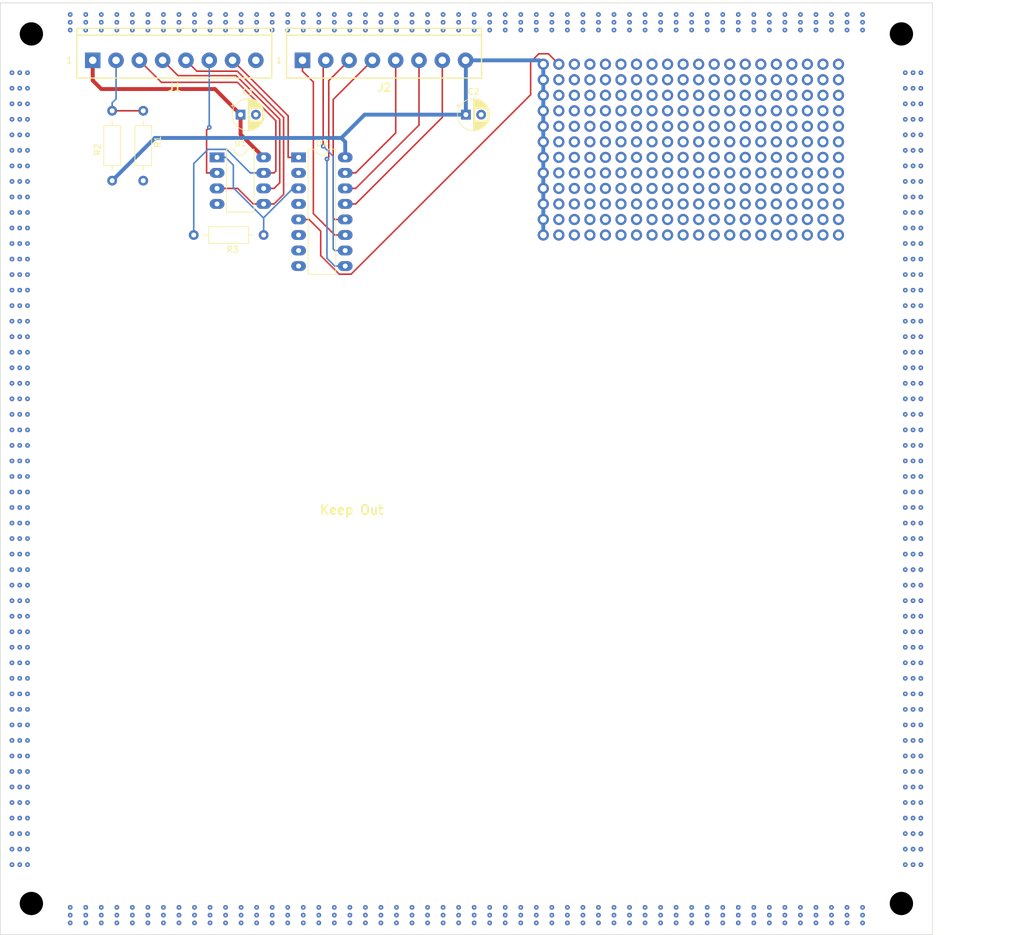
<source format=kicad_pcb>
(kicad_pcb (version 20221018) (generator pcbnew)
  (layers (0 "F.Cu" signal) (1 "In1.Cu" power) (2 "In2.Cu" power) (31 "B.Cu" signal) (34 "B.Paste" user) (35 "F.Paste" user) (36 "B.SilkS" user "B.Silkscreen") (37 "F.SilkS" user "F.Silkscreen") (38 "B.Mask" user) (39 "F.Mask" user) (44 "Edge.Cuts" user))
  (net 0 "")
  (net 1 "/supply_div")
  (net 2 "/sense")
  (net 3 "+5V")
  (net 4 "+12V")
  (net 5 "Net-(U1B--)")
  (net 6 "/Ref")
  (net 7 "/Sig")
  (net 8 "Net-(U2-X4)")
  (net 9 "GND")
  (net 10 "/SELA")
  (net 11 "/SELB")
  (net 12 "/SELC")
  (net 13 "Net-(U2-X3)")
  (net 14 "Net-(U2-X2)")
  (net 15 "Net-(U2-X1)")
  (net 16 "Net-(U2-X0)")
  (net 17 "Net-(U2-X)")
  (net 74 "Net-(J6-Pin_2)")
  (footprint "Groz_KiCad_Libs:DIP-8_W7.62mm_LongPads" (layer "F.Cu") (at 56.388 41.148)
    (fp_text reference "U1")
    (fp_text value "AD826ANZ")
  )
  (footprint "Groz_KiCad_Libs:SIP-20_PERF" (layer "F.Cu") (at 133.858 53.848)
    (fp_text reference "J13" hide)
    (fp_text value "Conn_01x20_Pin")
  )
  (footprint "Groz_KiCad_Libs:MountingHole_NPTH_150mil" (layer "F.Cu") (at 26.035 163.195)
    (fp_text reference "MT3")
    (fp_text value "MountingHole_NPTH_150mil")
  )
  (footprint "Groz_KiCad_Libs:CONN-TH_EDSTLZ1555-8" (layer "F.Cu") (at 70.358 25.273)
    (fp_text reference "J2")
    (fp_text value "EDSTLZ1555/8" hide)
  )
  (footprint "Groz_KiCad_Libs:SIP-20_PERF" (layer "F.Cu") (at 133.858 48.768)
    (fp_text reference "J7" hide)
    (fp_text value "Conn_01x20_Pin")
  )
  (footprint "Groz_KiCad_Libs:SIP-20_PERF" (layer "F.Cu") (at 133.858 46.228)
    (fp_text reference "J8" hide)
    (fp_text value "Conn_01x20_Pin")
  )
  (footprint "Groz_KiCad_Libs:CONN-TH_EDSTLZ1555-8" (layer "F.Cu") (at 36.068 25.273)
    (fp_text reference "J1")
    (fp_text value "EDSTLZ1555/8" hide)
  )
  (footprint "Groz_KiCad_Libs:MountingHole_NPTH_150mil" (layer "F.Cu") (at 26.035 20.955)
    (fp_text reference "MT1")
    (fp_text value "MountingHole_NPTH_150mil")
  )
  (footprint "Package_DIP:DIP-16_W7.62mm_LongPads" (layer "F.Cu") (at 69.723 41.148)
    (fp_text reference "U2")
    (fp_text value "CD4051B")
  )
  (footprint "Groz_KiCad_Libs:SIP-20_PERF" (layer "F.Cu") (at 133.858 28.448)
    (fp_text reference "J5" hide)
    (fp_text value "Conn_01x20_Pin")
  )
  (footprint "Groz_KiCad_Libs:SIP-20_PERF" (layer "F.Cu") (at 133.858 51.308)
    (fp_text reference "J14" hide)
    (fp_text value "Conn_01x20_Pin")
  )
  (footprint "Groz_KiCad_Libs:SIP-20_PERF" (layer "F.Cu") (at 133.858 33.528)
    (fp_text reference "J3" hide)
    (fp_text value "Conn_01x20_Pin")
  )
  (footprint "Groz_KiCad_Libs:R_Axial_DIN0207_L6.3mm_D2.5mm_P11.43mm_Horizontal_0.25W" (layer "F.Cu") (at 39.243 44.958 90)
    (fp_text reference "R2")
    (fp_text value "R_US")
  )
  (footprint "Groz_KiCad_Libs:SIP-20_PERF" (layer "F.Cu") (at 133.858 36.068)
    (fp_text reference "J12" hide)
    (fp_text value "Conn_01x20_Pin")
  )
  (footprint "Groz_KiCad_Libs:SIP-20_PERF" (layer "F.Cu") (at 133.858 41.148)
    (fp_text reference "J10" hide)
    (fp_text value "Conn_01x20_Pin")
  )
  (footprint "Groz_KiCad_Libs:SIP-20_PERF" (layer "F.Cu") (at 133.858 30.988)
    (fp_text reference "J4" hide)
    (fp_text value "Conn_01x20_Pin")
  )
  (footprint "Groz_KiCad_Libs:R_Axial_DIN0207_L6.3mm_D2.5mm_P11.43mm_Horizontal_0.25W" (layer "F.Cu") (at 64.008 53.848 180)
    (fp_text reference "R3")
    (fp_text value "R_US")
  )
  (footprint "Groz_KiCad_Libs:CP_Radial_D5.0mm_P2.50mm" (layer "F.Cu") (at 97.068 34.163)
    (fp_text reference "C2")
    (fp_text value "C_Polarized_US")
  )
  (footprint "Groz_KiCad_Libs:SIP-20_PERF" (layer "F.Cu") (at 133.858 43.688)
    (fp_text reference "J9" hide)
    (fp_text value "Conn_01x20_Pin")
  )
  (footprint "Groz_KiCad_Libs:R_Axial_DIN0207_L6.3mm_D2.5mm_P11.43mm_Horizontal_0.25W" (layer "F.Cu") (at 44.323 33.528 -90)
    (fp_text reference "R1")
    (fp_text value "R_US")
  )
  (footprint "Groz_KiCad_Libs:MountingHole_NPTH_150mil" (layer "F.Cu") (at 168.275 163.195)
    (fp_text reference "MT4")
    (fp_text value "MountingHole_NPTH_150mil")
  )
  (footprint "Groz_KiCad_Libs:CP_Radial_D5.0mm_P2.50mm" (layer "F.Cu") (at 60.238 34.163)
    (fp_text reference "C1")
    (fp_text value "C_Polarized_US")
  )
  (footprint "Groz_KiCad_Libs:SIP-20_PERF" (layer "F.Cu") (at 133.858 38.608)
    (fp_text reference "J11" hide)
    (fp_text value "Conn_01x20_Pin")
  )
  (footprint "Groz_KiCad_Libs:MountingHole_NPTH_150mil" (layer "F.Cu") (at 168.275 20.955)
    (fp_text reference "MT2")
    (fp_text value "MountingHole_NPTH_150mil")
  )
  (footprint "Groz_KiCad_Libs:SIP-20_PERF" (layer "F.Cu") (at 133.858 25.908)
    (fp_text reference "J6" hide)
    (fp_text value "Conn_01x20_Pin")
  )
  (gr_rect locked (start 20.955 15.875) (end 173.355 168.275) (stroke (width 0.1)) (fill none) (layer "Edge.Cuts"))
  (gr_text "Keep Out" (at 73.025 99.695) (layer "F.SilkS") (effects (font (size 1.5 1.5) (thickness 0.3) bold) (justify left bottom)))
  (segment (start 44.323 33.528) (end 39.243 33.528) (width 0.254) (layer "F.Cu") (net 1))
  (segment (start 39.878 31.5849) (end 39.878 25.273) (width 0.254) (layer "B.Cu") (net 1))
  (segment (start 39.243 32.2199) (end 39.878 31.5849) (width 0.254) (layer "B.Cu") (net 1))
  (segment (start 39.243 33.528) (end 39.243 32.2199) (width 0.254) (layer "B.Cu") (net 1))
  (segment (start 65.7161 43.688) (end 66.0018 43.4023) (width 0.254) (layer "F.Cu") (net 2))
  (segment (start 64.008 43.688) (end 65.7161 43.688) (width 0.254) (layer "F.Cu") (net 2))
  (segment (start 66.0018 43.4023) (end 66.0018 35.1583) (width 0.254) (layer "F.Cu") (net 2))
  (segment (start 59.7206 28.8771) (end 47.2921 28.8771) (width 0.254) (layer "F.Cu") (net 2))
  (segment (start 47.2921 28.8771) (end 43.688 25.273) (width 0.254) (layer "F.Cu") (net 2))
  (segment (start 66.0018 35.1583) (end 59.7206 28.8771) (width 0.254) (layer "F.Cu") (net 2))
  (segment (start 57.9628 39.8398) (end 61.811 43.688) (width 0.254) (layer "B.Cu") (net 2))
  (segment (start 52.578 53.848) (end 52.578 42.1668) (width 0.254) (layer "B.Cu") (net 2))
  (segment (start 61.811 43.688) (end 64.008 43.688) (width 0.254) (layer "B.Cu") (net 2))
  (segment (start 54.905 39.8398) (end 57.9628 39.8398) (width 0.254) (layer "B.Cu") (net 2))
  (segment (start 52.578 42.1668) (end 54.905 39.8398) (width 0.254) (layer "B.Cu") (net 2))
  (segment locked (start 109.093 25.273) (end 109.728 25.908) (width 0.635) (layer "B.Cu") (net 3))
  (segment locked (start 76.708 37.973) (end 46.228 37.973) (width 0.635) (layer "B.Cu") (net 3))
  (segment locked (start 97.068 25.313) (end 97.028 25.273) (width 0.635) (layer "B.Cu") (net 3))
  (segment locked (start 97.028 25.273) (end 109.093 25.273) (width 0.635) (layer "B.Cu") (net 3))
  (segment locked (start 77.343 38.608) (end 76.708 37.973) (width 0.635) (layer "B.Cu") (net 3))
  (segment locked (start 97.068 34.163) (end 97.068 25.313) (width 0.635) (layer "B.Cu") (net 3))
  (segment locked (start 76.708 37.973) (end 80.518 34.163) (width 0.635) (layer "B.Cu") (net 3))
  (segment locked (start 109.728 25.908) (end 109.728 53.848) (width 0.635) (layer "B.Cu") (net 3))
  (segment locked (start 80.518 34.163) (end 97.068 34.163) (width 0.635) (layer "B.Cu") (net 3))
  (segment locked (start 46.228 37.973) (end 39.243 44.958) (width 0.635) (layer "B.Cu") (net 3))
  (segment locked (start 77.343 41.148) (end 77.343 38.608) (width 0.635) (layer "B.Cu") (net 3))
  (segment locked (start 60.238 34.163) (end 60.238 37.378) (width 0.635) (layer "F.Cu") (net 4))
  (segment locked (start 36.068 25.273) (end 36.068 28.575) (width 0.635) (layer "F.Cu") (net 4))
  (segment locked (start 56.047 29.972) (end 60.238 34.163) (width 0.635) (layer "F.Cu") (net 4))
  (segment locked (start 36.068 28.575) (end 37.465 29.972) (width 0.635) (layer "F.Cu") (net 4))
  (segment locked (start 37.465 29.972) (end 56.047 29.972) (width 0.635) (layer "F.Cu") (net 4))
  (segment locked (start 60.238 37.378) (end 64.008 41.148) (width 0.635) (layer "F.Cu") (net 4))
  (segment (start 66.637 34.8952) (end 66.637 45.3071) (width 0.254) (layer "F.Cu") (net 5))
  (segment (start 66.637 45.3071) (end 65.7161 46.228) (width 0.254) (layer "F.Cu") (net 5))
  (segment (start 59.5193 27.7775) (end 66.637 34.8952) (width 0.254) (layer "F.Cu") (net 5))
  (segment (start 64.008 46.228) (end 65.7161 46.228) (width 0.254) (layer "F.Cu") (net 5))
  (segment (start 47.498 25.273) (end 50.0025 27.7775) (width 0.254) (layer "F.Cu") (net 5))
  (segment (start 50.0025 27.7775) (end 59.5193 27.7775) (width 0.254) (layer "F.Cu") (net 5))
  (segment (start 59.7599 46.228) (end 56.388 46.228) (width 0.254) (layer "F.Cu") (net 6))
  (segment (start 53.0862 27.0512) (end 59.7029 27.0512) (width 0.254) (layer "F.Cu") (net 6))
  (segment (start 64.008 48.768) (end 62.2999 48.768) (width 0.254) (layer "F.Cu") (net 6))
  (segment (start 62.2999 48.768) (end 59.7599 46.228) (width 0.254) (layer "F.Cu") (net 6))
  (segment (start 64.008 48.768) (end 65.7161 48.768) (width 0.254) (layer "F.Cu") (net 6))
  (segment (start 51.308 25.273) (end 53.0862 27.0512) (width 0.254) (layer "F.Cu") (net 6))
  (segment (start 59.7029 27.0512) (end 67.2722 34.6205) (width 0.254) (layer "F.Cu") (net 6))
  (segment (start 67.2722 34.6205) (end 67.2722 47.2119) (width 0.254) (layer "F.Cu") (net 6))
  (segment (start 67.2722 47.2119) (end 65.7161 48.768) (width 0.254) (layer "F.Cu") (net 6))
  (segment (start 54.6799 43.688) (end 54.6799 36.681) (width 0.254) (layer "F.Cu") (net 7))
  (segment (start 54.6799 36.681) (end 55.118 36.2429) (width 0.254) (layer "F.Cu") (net 7))
  (segment (start 56.388 43.688) (end 54.6799 43.688) (width 0.254) (layer "F.Cu") (net 7))
  (via (at 55.118 36.2429) (size 0.762) (drill 0.254) (layers "F.Cu" "B.Cu") (net 7))
  (segment (start 55.118 25.273) (end 55.118 36.2429) (width 0.254) (layer "B.Cu") (net 7))
  (segment (start 69.723 41.148) (end 68.0149 41.148) (width 0.254) (layer "F.Cu") (net 8))
  (segment (start 68.0149 41.148) (end 68.0149 34.3599) (width 0.254) (layer "F.Cu") (net 8))
  (segment (start 68.0149 34.3599) (end 58.928 25.273) (width 0.254) (layer "F.Cu") (net 8))
  (via locked (at 24.13 42.545) (size 0.762) (drill 0.254) (layers "F.Cu" "B.Cu") (net 9))
  (via locked (at 131.445 20.32) (size 0.762) (drill 0.254) (layers "F.Cu" "B.Cu") (net 9))
  (via locked (at 25.4 27.305) (size 0.762) (drill 0.254) (layers "F.Cu" "B.Cu") (net 9))
  (via locked (at 170.18 40.005) (size 0.762) (drill 0.254) (layers "F.Cu" "B.Cu") (net 9))
  (via locked (at 45.085 166.37) (size 0.762) (drill 0.254) (layers "F.Cu" "B.Cu") (net 9))
  (via locked (at 75.565 20.32) (size 0.762) (drill 0.254) (layers "F.Cu" "B.Cu") (net 9))
  (via locked (at 25.4 32.385) (size 0.762) (drill 0.254) (layers "F.Cu" "B.Cu") (net 9))
  (via locked (at 24.13 154.305) (size 0.762) (drill 0.254) (layers "F.Cu" "B.Cu") (net 9))
  (via locked (at 24.13 78.105) (size 0.762) (drill 0.254) (layers "F.Cu" "B.Cu") (net 9))
  (via locked (at 62.865 17.78) (size 0.762) (drill 0.254) (layers "F.Cu" "B.Cu") (net 9))
  (via locked (at 139.065 20.32) (size 0.762) (drill 0.254) (layers "F.Cu" "B.Cu") (net 9))
  (via locked (at 93.345 20.32) (size 0.762) (drill 0.254) (layers "F.Cu" "B.Cu") (net 9))
  (via locked (at 25.4 65.405) (size 0.762) (drill 0.254) (layers "F.Cu" "B.Cu") (net 9))
  (via locked (at 50.165 166.37) (size 0.762) (drill 0.254) (layers "F.Cu" "B.Cu") (net 9))
  (via locked (at 108.585 20.32) (size 0.762) (drill 0.254) (layers "F.Cu" "B.Cu") (net 9))
  (via locked (at 73.025 166.37) (size 0.762) (drill 0.254) (layers "F.Cu" "B.Cu") (net 9))
  (via locked (at 159.385 17.78) (size 0.762) (drill 0.254) (layers "F.Cu" "B.Cu") (net 9))
  (via locked (at 149.225 163.83) (size 0.762) (drill 0.254) (layers "F.Cu" "B.Cu") (net 9))
  (via locked (at 168.91 154.305) (size 0.762) (drill 0.254) (layers "F.Cu" "B.Cu") (net 9))
  (via locked (at 42.545 166.37) (size 0.762) (drill 0.254) (layers "F.Cu" "B.Cu") (net 9))
  (via locked (at 22.86 126.365) (size 0.762) (drill 0.254) (layers "F.Cu" "B.Cu") (net 9))
  (via locked (at 170.18 116.205) (size 0.762) (drill 0.254) (layers "F.Cu" "B.Cu") (net 9))
  (via locked (at 25.4 34.925) (size 0.762) (drill 0.254) (layers "F.Cu" "B.Cu") (net 9))
  (via locked (at 98.425 20.32) (size 0.762) (drill 0.254) (layers "F.Cu" "B.Cu") (net 9))
  (via locked (at 22.86 121.285) (size 0.762) (drill 0.254) (layers "F.Cu" "B.Cu") (net 9))
  (via locked (at 111.125 165.1) (size 0.762) (drill 0.254) (layers "F.Cu" "B.Cu") (net 9))
  (via locked (at 62.865 19.05) (size 0.762) (drill 0.254) (layers "F.Cu" "B.Cu") (net 9))
  (via locked (at 106.045 165.1) (size 0.762) (drill 0.254) (layers "F.Cu" "B.Cu") (net 9))
  (via locked (at 116.205 163.83) (size 0.762) (drill 0.254) (layers "F.Cu" "B.Cu") (net 9))
  (via locked (at 151.765 165.1) (size 0.762) (drill 0.254) (layers "F.Cu" "B.Cu") (net 9))
  (via locked (at 128.905 163.83) (size 0.762) (drill 0.254) (layers "F.Cu" "B.Cu") (net 9))
  (via locked (at 25.4 111.125) (size 0.762) (drill 0.254) (layers "F.Cu" "B.Cu") (net 9))
  (via locked (at 170.18 136.525) (size 0.762) (drill 0.254) (layers "F.Cu" "B.Cu") (net 9))
  (via locked (at 24.13 128.905) (size 0.762) (drill 0.254) (layers "F.Cu" "B.Cu") (net 9))
  (via locked (at 65.405 165.1) (size 0.762) (drill 0.254) (layers "F.Cu" "B.Cu") (net 9))
  (via locked (at 128.905 17.78) (size 0.762) (drill 0.254) (layers "F.Cu" "B.Cu") (net 9))
  (via locked (at 141.605 163.83) (size 0.762) (drill 0.254) (layers "F.Cu" "B.Cu") (net 9))
  (via locked (at 133.985 163.83) (size 0.762) (drill 0.254) (layers "F.Cu" "B.Cu") (net 9))
  (via locked (at 144.145 166.37) (size 0.762) (drill 0.254) (layers "F.Cu" "B.Cu") (net 9))
  (via locked (at 156.845 20.32) (size 0.762) (drill 0.254) (layers "F.Cu" "B.Cu") (net 9))
  (via locked (at 78.105 19.05) (size 0.762) (drill 0.254) (layers "F.Cu" "B.Cu") (net 9))
  (via locked (at 144.145 19.05) (size 0.762) (drill 0.254) (layers "F.Cu" "B.Cu") (net 9))
  (via locked (at 168.91 34.925) (size 0.762) (drill 0.254) (layers "F.Cu" "B.Cu") (net 9))
  (via locked (at 168.91 60.325) (size 0.762) (drill 0.254) (layers "F.Cu" "B.Cu") (net 9))
  (via locked (at 168.91 95.885) (size 0.762) (drill 0.254) (layers "F.Cu" "B.Cu") (net 9))
  (via locked (at 170.18 45.085) (size 0.762) (drill 0.254) (layers "F.Cu" "B.Cu") (net 9))
  (via locked (at 75.565 166.37) (size 0.762) (drill 0.254) (layers "F.Cu" "B.Cu") (net 9))
  (via locked (at 170.18 75.565) (size 0.762) (drill 0.254) (layers "F.Cu" "B.Cu") (net 9))
  (via locked (at 170.18 42.545) (size 0.762) (drill 0.254) (layers "F.Cu" "B.Cu") (net 9))
  (via locked (at 22.86 118.745) (size 0.762) (drill 0.254) (layers "F.Cu" "B.Cu") (net 9))
  (via locked (at 93.345 19.05) (size 0.762) (drill 0.254) (layers "F.Cu" "B.Cu") (net 9))
  (via locked (at 168.91 70.485) (size 0.762) (drill 0.254) (layers "F.Cu" "B.Cu") (net 9))
  (via locked (at 170.18 100.965) (size 0.762) (drill 0.254) (layers "F.Cu" "B.Cu") (net 9))
  (via locked (at 25.4 141.605) (size 0.762) (drill 0.254) (layers "F.Cu" "B.Cu") (net 9))
  (via locked (at 47.625 166.37) (size 0.762) (drill 0.254) (layers "F.Cu" "B.Cu") (net 9))
  (via locked (at 170.18 111.125) (size 0.762) (drill 0.254) (layers "F.Cu" "B.Cu") (net 9))
  (via locked (at 55.245 165.1) (size 0.762) (drill 0.254) (layers "F.Cu" "B.Cu") (net 9))
  (via locked (at 171.45 78.105) (size 0.762) (drill 0.254) (layers "F.Cu" "B.Cu") (net 9))
  (via locked (at 168.91 103.505) (size 0.762) (drill 0.254) (layers "F.Cu" "B.Cu") (net 9))
  (via locked (at 146.685 163.83) (size 0.762) (drill 0.254) (layers "F.Cu" "B.Cu") (net 9))
  (via locked (at 24.13 55.245) (size 0.762) (drill 0.254) (layers "F.Cu" "B.Cu") (net 9))
  (via locked (at 22.86 83.185) (size 0.762) (drill 0.254) (layers "F.Cu" "B.Cu") (net 9))
  (via locked (at 37.465 17.78) (size 0.762) (drill 0.254) (layers "F.Cu" "B.Cu") (net 9))
  (via locked (at 24.13 32.385) (size 0.762) (drill 0.254) (layers "F.Cu" "B.Cu") (net 9))
  (via locked (at 32.385 17.78) (size 0.762) (drill 0.254) (layers "F.Cu" "B.Cu") (net 9))
  (via locked (at 108.585 165.1) (size 0.762) (drill 0.254) (layers "F.Cu" "B.Cu") (net 9))
  (via locked (at 25.4 151.765) (size 0.762) (drill 0.254) (layers "F.Cu" "B.Cu") (net 9))
  (via locked (at 144.145 163.83) (size 0.762) (drill 0.254) (layers "F.Cu" "B.Cu") (net 9))
  (via locked (at 75.565 17.78) (size 0.762) (drill 0.254) (layers "F.Cu" "B.Cu") (net 9))
  (via locked (at 24.13 83.185) (size 0.762) (drill 0.254) (layers "F.Cu" "B.Cu") (net 9))
  (via locked (at 85.725 20.32) (size 0.762) (drill 0.254) (layers "F.Cu" "B.Cu") (net 9))
  (via locked (at 170.18 106.045) (size 0.762) (drill 0.254) (layers "F.Cu" "B.Cu") (net 9))
  (via locked (at 171.45 126.365) (size 0.762) (drill 0.254) (layers "F.Cu" "B.Cu") (net 9))
  (via locked (at 170.18 103.505) (size 0.762) (drill 0.254) (layers "F.Cu" "B.Cu") (net 9))
  (via locked (at 78.105 20.32) (size 0.762) (drill 0.254) (layers "F.Cu" "B.Cu") (net 9))
  (via locked (at 24.13 29.845) (size 0.762) (drill 0.254) (layers "F.Cu" "B.Cu") (net 9))
  (via locked (at 168.91 141.605) (size 0.762) (drill 0.254) (layers "F.Cu" "B.Cu") (net 9))
  (via locked (at 121.285 165.1) (size 0.762) (drill 0.254) (layers "F.Cu" "B.Cu") (net 9))
  (via locked (at 171.45 45.085) (size 0.762) (drill 0.254) (layers "F.Cu" "B.Cu") (net 9))
  (via locked (at 116.205 20.32) (size 0.762) (drill 0.254) (layers "F.Cu" "B.Cu") (net 9))
  (via locked (at 106.045 166.37) (size 0.762) (drill 0.254) (layers "F.Cu" "B.Cu") (net 9))
  (via locked (at 151.765 19.05) (size 0.762) (drill 0.254) (layers "F.Cu" "B.Cu") (net 9))
  (via locked (at 136.525 17.78) (size 0.762) (drill 0.254) (layers "F.Cu" "B.Cu") (net 9))
  (via locked (at 22.86 65.405) (size 0.762) (drill 0.254) (layers "F.Cu" "B.Cu") (net 9))
  (via locked (at 52.705 20.32) (size 0.762) (drill 0.254) (layers "F.Cu" "B.Cu") (net 9))
  (via locked (at 139.065 166.37) (size 0.762) (drill 0.254) (layers "F.Cu" "B.Cu") (net 9))
  (via locked (at 168.91 126.365) (size 0.762) (drill 0.254) (layers "F.Cu" "B.Cu") (net 9))
  (via locked (at 40.005 19.05) (size 0.762) (drill 0.254) (layers "F.Cu" "B.Cu") (net 9))
  (via locked (at 22.86 106.045) (size 0.762) (drill 0.254) (layers "F.Cu" "B.Cu") (net 9))
  (via locked (at 25.4 103.505) (size 0.762) (drill 0.254) (layers "F.Cu" "B.Cu") (net 9))
  (via locked (at 22.86 88.265) (size 0.762) (drill 0.254) (layers "F.Cu" "B.Cu") (net 9))
  (via locked (at 171.45 151.765) (size 0.762) (drill 0.254) (layers "F.Cu" "B.Cu") (net 9))
  (via locked (at 159.385 20.32) (size 0.762) (drill 0.254) (layers "F.Cu" "B.Cu") (net 9))
  (via locked (at 62.865 165.1) (size 0.762) (drill 0.254) (layers "F.Cu" "B.Cu") (net 9))
  (via locked (at 170.18 90.805) (size 0.762) (drill 0.254) (layers "F.Cu" "B.Cu") (net 9))
  (via locked (at 25.4 146.685) (size 0.762) (drill 0.254) (layers "F.Cu" "B.Cu") (net 9))
  (via locked (at 170.18 98.425) (size 0.762) (drill 0.254) (layers "F.Cu" "B.Cu") (net 9))
  (via locked (at 25.4 90.805) (size 0.762) (drill 0.254) (layers "F.Cu" "B.Cu") (net 9))
  (via locked (at 168.91 65.405) (size 0.762) (drill 0.254) (layers "F.Cu" "B.Cu") (net 9))
  (via locked (at 22.86 75.565) (size 0.762) (drill 0.254) (layers "F.Cu" "B.Cu") (net 9))
  (via locked (at 37.465 166.37) (size 0.762) (drill 0.254) (layers "F.Cu" "B.Cu") (net 9))
  (via locked (at 170.18 50.165) (size 0.762) (drill 0.254) (layers "F.Cu" "B.Cu") (net 9))
  (via locked (at 171.45 73.025) (size 0.762) (drill 0.254) (layers "F.Cu" "B.Cu") (net 9))
  (via locked (at 57.785 165.1) (size 0.762) (drill 0.254) (layers "F.Cu" "B.Cu") (net 9))
  (via locked (at 52.705 17.78) (size 0.762) (drill 0.254) (layers "F.Cu" "B.Cu") (net 9))
  (via locked (at 171.45 93.345) (size 0.762) (drill 0.254) (layers "F.Cu" "B.Cu") (net 9))
  (via locked (at 24.13 141.605) (size 0.762) (drill 0.254) (layers "F.Cu" "B.Cu") (net 9))
  (via locked (at 45.085 165.1) (size 0.762) (drill 0.254) (layers "F.Cu" "B.Cu") (net 9))
  (via locked (at 170.18 29.845) (size 0.762) (drill 0.254) (layers "F.Cu" "B.Cu") (net 9))
  (via locked (at 139.065 19.05) (size 0.762) (drill 0.254) (layers "F.Cu" "B.Cu") (net 9))
  (via locked (at 171.45 90.805) (size 0.762) (drill 0.254) (layers "F.Cu" "B.Cu") (net 9))
  (via locked (at 24.13 62.865) (size 0.762) (drill 0.254) (layers "F.Cu" "B.Cu") (net 9))
  (via locked (at 111.125 20.32) (size 0.762) (drill 0.254) (layers "F.Cu" "B.Cu") (net 9))
  (via locked (at 171.45 67.945) (size 0.762) (drill 0.254) (layers "F.Cu" "B.Cu") (net 9))
  (via locked (at 32.385 165.1) (size 0.762) (drill 0.254) (layers "F.Cu" "B.Cu") (net 9))
  (via locked (at 47.625 19.05) (size 0.762) (drill 0.254) (layers "F.Cu" "B.Cu") (net 9))
  (via locked (at 168.91 111.125) (size 0.762) (drill 0.254) (layers "F.Cu" "B.Cu") (net 9))
  (via locked (at 25.4 131.445) (size 0.762) (drill 0.254) (layers "F.Cu" "B.Cu") (net 9))
  (via locked (at 22.86 141.605) (size 0.762) (drill 0.254) (layers "F.Cu" "B.Cu") (net 9))
  (via locked (at 73.025 19.05) (size 0.762) (drill 0.254) (layers "F.Cu" "B.Cu") (net 9))
  (via locked (at 156.845 166.37) (size 0.762) (drill 0.254) (layers "F.Cu" "B.Cu") (net 9))
  (via locked (at 40.005 20.32) (size 0.762) (drill 0.254) (layers "F.Cu" "B.Cu") (net 9))
  (via locked (at 22.86 85.725) (size 0.762) (drill 0.254) (layers "F.Cu" "B.Cu") (net 9))
  (via locked (at 171.45 128.905) (size 0.762) (drill 0.254) (layers "F.Cu" "B.Cu") (net 9))
  (via locked (at 171.45 146.685) (size 0.762) (drill 0.254) (layers "F.Cu" "B.Cu") (net 9))
  (via locked (at 170.18 67.945) (size 0.762) (drill 0.254) (layers "F.Cu" "B.Cu") (net 9))
  (via locked (at 25.4 95.885) (size 0.762) (drill 0.254) (layers "F.Cu" "B.Cu") (net 9))
  (via locked (at 22.86 47.625) (size 0.762) (drill 0.254) (layers "F.Cu" "B.Cu") (net 9))
  (via locked (at 22.86 151.765) (size 0.762) (drill 0.254) (layers "F.Cu" "B.Cu") (net 9))
  (via locked (at 168.91 98.425) (size 0.762) (drill 0.254) (layers "F.Cu" "B.Cu") (net 9))
  (via locked (at 70.485 17.78) (size 0.762) (drill 0.254) (layers "F.Cu" "B.Cu") (net 9))
  (via locked (at 22.86 27.305) (size 0.762) (drill 0.254) (layers "F.Cu" "B.Cu") (net 9))
  (via locked (at 24.13 47.625) (size 0.762) (drill 0.254) (layers "F.Cu" "B.Cu") (net 9))
  (via locked (at 123.825 20.32) (size 0.762) (drill 0.254) (layers "F.Cu" "B.Cu") (net 9))
  (via locked (at 25.4 156.845) (size 0.762) (drill 0.254) (layers "F.Cu" "B.Cu") (net 9))
  (via locked (at 34.925 19.05) (size 0.762) (drill 0.254) (layers "F.Cu" "B.Cu") (net 9))
  (via locked (at 159.385 165.1) (size 0.762) (drill 0.254) (layers "F.Cu" "B.Cu") (net 9))
  (via locked (at 171.45 103.505) (size 0.762) (drill 0.254) (layers "F.Cu" "B.Cu") (net 9))
  (via locked (at 24.13 80.645) (size 0.762) (drill 0.254) (layers "F.Cu" "B.Cu") (net 9))
  (via locked (at 100.965 165.1) (size 0.762) (drill 0.254) (layers "F.Cu" "B.Cu") (net 9))
  (via locked (at 111.125 19.05) (size 0.762) (drill 0.254) (layers "F.Cu" "B.Cu") (net 9))
  (via locked (at 22.86 50.165) (size 0.762) (drill 0.254) (layers "F.Cu" "B.Cu") (net 9))
  (via locked (at 170.18 34.925) (size 0.762) (drill 0.254) (layers "F.Cu" "B.Cu") (net 9))
  (via locked (at 93.345 17.78) (size 0.762) (drill 0.254) (layers "F.Cu" "B.Cu") (net 9))
  (via locked (at 171.45 113.665) (size 0.762) (drill 0.254) (layers "F.Cu" "B.Cu") (net 9))
  (via locked (at 67.945 17.78) (size 0.762) (drill 0.254) (layers "F.Cu" "B.Cu") (net 9))
  (via locked (at 170.18 37.465) (size 0.762) (drill 0.254) (layers "F.Cu" "B.Cu") (net 9))
  (via locked (at 151.765 17.78) (size 0.762) (drill 0.254) (layers "F.Cu" "B.Cu") (net 9))
  (via locked (at 171.45 149.225) (size 0.762) (drill 0.254) (layers "F.Cu" "B.Cu") (net 9))
  (via locked (at 60.325 17.78) (size 0.762) (drill 0.254) (layers "F.Cu" "B.Cu") (net 9))
  (via locked (at 170.18 123.825) (size 0.762) (drill 0.254) (layers "F.Cu" "B.Cu") (net 9))
  (via locked (at 168.91 146.685) (size 0.762) (drill 0.254) (layers "F.Cu" "B.Cu") (net 9))
  (via locked (at 98.425 165.1) (size 0.762) (drill 0.254) (layers "F.Cu" "B.Cu") (net 9))
  (via locked (at 106.045 19.05) (size 0.762) (drill 0.254) (layers "F.Cu" "B.Cu") (net 9))
  (via locked (at 60.325 163.83) (size 0.762) (drill 0.254) (layers "F.Cu" "B.Cu") (net 9))
  (via locked (at 171.45 29.845) (size 0.762) (drill 0.254) (layers "F.Cu" "B.Cu") (net 9))
  (via locked (at 116.205 165.1) (size 0.762) (drill 0.254) (layers "F.Cu" "B.Cu") (net 9))
  (via locked (at 171.45 123.825) (size 0.762) (drill 0.254) (layers "F.Cu" "B.Cu") (net 9))
  (via locked (at 45.085 19.05) (size 0.762) (drill 0.254) (layers "F.Cu" "B.Cu") (net 9))
  (via locked (at 121.285 17.78) (size 0.762) (drill 0.254) (layers "F.Cu" "B.Cu") (net 9))
  (via locked (at 171.45 50.165) (size 0.762) (drill 0.254) (layers "F.Cu" "B.Cu") (net 9))
  (via locked (at 128.905 19.05) (size 0.762) (drill 0.254) (layers "F.Cu" "B.Cu") (net 9))
  (via locked (at 168.91 80.645) (size 0.762) (drill 0.254) (layers "F.Cu" "B.Cu") (net 9))
  (via locked (at 100.965 163.83) (size 0.762) (drill 0.254) (layers "F.Cu" "B.Cu") (net 9))
  (via locked (at 170.18 57.785) (size 0.762) (drill 0.254) (layers "F.Cu" "B.Cu") (net 9))
  (via locked (at 85.725 166.37) (size 0.762) (drill 0.254) (layers "F.Cu" "B.Cu") (net 9))
  (via locked (at 116.205 19.05) (size 0.762) (drill 0.254) (layers "F.Cu" "B.Cu") (net 9))
  (via locked (at 149.225 20.32) (size 0.762) (drill 0.254) (layers "F.Cu" "B.Cu") (net 9))
  (via locked (at 144.145 165.1) (size 0.762) (drill 0.254) (layers "F.Cu" "B.Cu") (net 9))
  (via locked (at 149.225 17.78) (size 0.762) (drill 0.254) (layers "F.Cu" "B.Cu") (net 9))
  (via locked (at 133.985 165.1) (size 0.762) (drill 0.254) (layers "F.Cu" "B.Cu") (net 9))
  (via locked (at 25.4 116.205) (size 0.762) (drill 0.254) (layers "F.Cu" "B.Cu") (net 9))
  (via locked (at 22.86 78.105) (size 0.762) (drill 0.254) (layers "F.Cu" "B.Cu") (net 9))
  (via locked (at 22.86 128.905) (size 0.762) (drill 0.254) (layers "F.Cu" "B.Cu") (net 9))
  (via locked (at 128.905 166.37) (size 0.762) (drill 0.254) (layers "F.Cu" "B.Cu") (net 9))
  (via locked (at 25.4 55.245) (size 0.762) (drill 0.254) (layers "F.Cu" "B.Cu") (net 9))
  (via locked (at 88.265 165.1) (size 0.762) (drill 0.254) (layers "F.Cu" "B.Cu") (net 9))
  (via locked (at 151.765 163.83) (size 0.762) (drill 0.254) (layers "F.Cu" "B.Cu") (net 9))
  (via locked (at 141.605 19.05) (size 0.762) (drill 0.254) (layers "F.Cu" "B.Cu") (net 9))
  (via locked (at 24.13 52.705) (size 0.762) (drill 0.254) (layers "F.Cu" "B.Cu") (net 9))
  (via locked (at 103.505 165.1) (size 0.762) (drill 0.254) (layers "F.Cu" "B.Cu") (net 9))
  (via locked (at 171.45 100.965) (size 0.762) (drill 0.254) (layers "F.Cu" "B.Cu") (net 9))
  (via locked (at 47.625 17.78) (size 0.762) (drill 0.254) (layers "F.Cu" "B.Cu") (net 9))
  (via locked (at 126.365 17.78) (size 0.762) (drill 0.254) (layers "F.Cu" "B.Cu") (net 9))
  (via locked (at 170.18 85.725) (size 0.762) (drill 0.254) (layers "F.Cu" "B.Cu") (net 9))
  (via locked (at 161.925 20.32) (size 0.762) (drill 0.254) (layers "F.Cu" "B.Cu") (net 9))
  (via locked (at 32.385 163.83) (size 0.762) (drill 0.254) (layers "F.Cu" "B.Cu") (net 9))
  (via locked (at 24.13 85.725) (size 0.762) (drill 0.254) (layers "F.Cu" "B.Cu") (net 9))
  (via locked (at 144.145 20.32) (size 0.762) (drill 0.254) (layers "F.Cu" "B.Cu") (net 9))
  (via locked (at 83.185 166.37) (size 0.762) (drill 0.254) (layers "F.Cu" "B.Cu") (net 9))
  (via locked (at 24.13 60.325) (size 0.762) (drill 0.254) (layers "F.Cu" "B.Cu") (net 9))
  (via locked (at 55.245 17.78) (size 0.762) (drill 0.254) (layers "F.Cu" "B.Cu") (net 9))
  (via locked (at 57.785 20.32) (size 0.762) (drill 0.254) (layers "F.Cu" "B.Cu") (net 9))
  (via locked (at 25.4 154.305) (size 0.762) (drill 0.254) (layers "F.Cu" "B.Cu") (net 9))
  (via locked (at 168.91 108.585) (size 0.762) (drill 0.254) (layers "F.Cu" "B.Cu") (net 9))
  (via locked (at 24.13 90.805) (size 0.762) (drill 0.254) (layers "F.Cu" "B.Cu") (net 9))
  (via locked (at 22.86 52.705) (size 0.762) (drill 0.254) (layers "F.Cu" "B.Cu") (net 9))
  (via locked (at 168.91 78.105) (size 0.762) (drill 0.254) (layers "F.Cu" "B.Cu") (net 9))
  (via locked (at 55.245 163.83) (size 0.762) (drill 0.254) (layers "F.Cu" "B.Cu") (net 9))
  (via locked (at 95.885 19.05) (size 0.762) (drill 0.254) (layers "F.Cu" "B.Cu") (net 9))
  (via locked (at 90.805 165.1) (size 0.762) (drill 0.254) (layers "F.Cu" "B.Cu") (net 9))
  (via locked (at 131.445 19.05) (size 0.762) (drill 0.254) (layers "F.Cu" "B.Cu") (net 9))
  (via locked (at 25.4 52.705) (size 0.762) (drill 0.254) (layers "F.Cu" "B.Cu") (net 9))
  (via locked (at 136.525 19.05) (size 0.762) (drill 0.254) (layers "F.Cu" "B.Cu") (net 9))
  (via locked (at 118.745 17.78) (size 0.762) (drill 0.254) (layers "F.Cu" "B.Cu") (net 9))
  (via locked (at 123.825 166.37) (size 0.762) (drill 0.254) (layers "F.Cu" "B.Cu") (net 9))
  (via locked (at 25.4 70.485) (size 0.762) (drill 0.254) (layers "F.Cu" "B.Cu") (net 9))
  (via locked (at 170.18 73.025) (size 0.762) (drill 0.254) (layers "F.Cu" "B.Cu") (net 9))
  (via locked (at 161.925 163.83) (size 0.762) (drill 0.254) (layers "F.Cu" "B.Cu") (net 9))
  (via locked (at 139.065 165.1) (size 0.762) (drill 0.254) (layers "F.Cu" "B.Cu") (net 9))
  (via locked (at 151.765 20.32) (size 0.762) (drill 0.254) (layers "F.Cu" "B.Cu") (net 9))
  (via locked (at 170.18 80.645) (size 0.762) (drill 0.254) (layers "F.Cu" "B.Cu") (net 9))
  (via locked (at 123.825 165.1) (size 0.762) (drill 0.254) (layers "F.Cu" "B.Cu") (net 9))
  (via locked (at 80.645 166.37) (size 0.762) (drill 0.254) (layers "F.Cu" "B.Cu") (net 9))
  (via locked (at 22.86 149.225) (size 0.762) (drill 0.254) (layers "F.Cu" "B.Cu") (net 9))
  (via locked (at 170.18 146.685) (size 0.762) (drill 0.254) (layers "F.Cu" "B.Cu") (net 9))
  (via locked (at 24.13 136.525) (size 0.762) (drill 0.254) (layers "F.Cu" "B.Cu") (net 9))
  (via locked (at 22.86 103.505) (size 0.762) (drill 0.254) (layers "F.Cu" "B.Cu") (net 9))
  (via locked (at 170.18 65.405) (size 0.762) (drill 0.254) (layers "F.Cu" "B.Cu") (net 9))
  (via locked (at 50.165 20.32) (size 0.762) (drill 0.254) (layers "F.Cu" "B.Cu") (net 9))
  (via locked (at 100.965 19.05) (size 0.762) (drill 0.254) (layers "F.Cu" "B.Cu") (net 9))
  (via locked (at 32.385 166.37) (size 0.762) (drill 0.254) (layers "F.Cu" "B.Cu") (net 9))
  (via locked (at 121.285 19.05) (size 0.762) (drill 0.254) (layers "F.Cu" "B.Cu") (net 9))
  (via locked (at 22.86 60.325) (size 0.762) (drill 0.254) (layers "F.Cu" "B.Cu") (net 9))
  (via locked (at 60.325 20.32) (size 0.762) (drill 0.254) (layers "F.Cu" "B.Cu") (net 9))
  (via locked (at 24.13 108.585) (size 0.762) (drill 0.254) (layers "F.Cu" "B.Cu") (net 9))
  (via locked (at 40.005 166.37) (size 0.762) (drill 0.254) (layers "F.Cu" "B.Cu") (net 9))
  (via locked (at 141.605 166.37) (size 0.762) (drill 0.254) (layers "F.Cu" "B.Cu") (net 9))
  (via locked (at 24.13 40.005) (size 0.762) (drill 0.254) (layers "F.Cu" "B.Cu") (net 9))
  (via locked (at 73.025 165.1) (size 0.762) (drill 0.254) (layers "F.Cu" "B.Cu") (net 9))
  (via locked (at 170.18 32.385) (size 0.762) (drill 0.254) (layers "F.Cu" "B.Cu") (net 9))
  (via locked (at 93.345 165.1) (size 0.762) (drill 0.254) (layers "F.Cu" "B.Cu") (net 9))
  (via locked (at 170.18 55.245) (size 0.762) (drill 0.254) (layers "F.Cu" "B.Cu") (net 9))
  (via locked (at 154.305 163.83) (size 0.762) (drill 0.254) (layers "F.Cu" "B.Cu") (net 9))
  (via locked (at 22.86 62.865) (size 0.762) (drill 0.254) (layers "F.Cu" "B.Cu") (net 9))
  (via locked (at 170.18 144.145) (size 0.762) (drill 0.254) (layers "F.Cu" "B.Cu") (net 9))
  (via locked (at 118.745 165.1) (size 0.762) (drill 0.254) (layers "F.Cu" "B.Cu") (net 9))
  (via locked (at 57.785 17.78) (size 0.762) (drill 0.254) (layers "F.Cu" "B.Cu") (net 9))
  (via locked (at 159.385 163.83) (size 0.762) (drill 0.254) (layers "F.Cu" "B.Cu") (net 9))
  (via locked (at 25.4 40.005) (size 0.762) (drill 0.254) (layers "F.Cu" "B.Cu") (net 9))
  (via locked (at 128.905 20.32) (size 0.762) (drill 0.254) (layers "F.Cu" "B.Cu") (net 9))
  (via locked (at 156.845 165.1) (size 0.762) (drill 0.254) (layers "F.Cu" "B.Cu") (net 9))
  (via locked (at 171.45 139.065) (size 0.762) (drill 0.254) (layers "F.Cu" "B.Cu") (net 9))
  (via locked (at 171.45 106.045) (size 0.762) (drill 0.254) (layers "F.Cu" "B.Cu") (net 9))
  (via locked (at 144.145 17.78) (size 0.762) (drill 0.254) (layers "F.Cu" "B.Cu") (net 9))
  (via locked (at 45.085 20.32) (size 0.762) (drill 0.254) (layers "F.Cu" "B.Cu") (net 9))
  (via locked (at 171.45 85.725) (size 0.762) (drill 0.254) (layers "F.Cu" "B.Cu") (net 9))
  (via locked (at 93.345 166.37) (size 0.762) (drill 0.254) (layers "F.Cu" "B.Cu") (net 9))
  (via locked (at 47.625 163.83) (size 0.762) (drill 0.254) (layers "F.Cu" "B.Cu") (net 9))
  (via locked (at 75.565 165.1) (size 0.762) (drill 0.254) (layers "F.Cu" "B.Cu") (net 9))
  (via locked (at 118.745 19.05) (size 0.762) (drill 0.254) (layers "F.Cu" "B.Cu") (net 9))
  (via locked (at 25.4 57.785) (size 0.762) (drill 0.254) (layers "F.Cu" "B.Cu") (net 9))
  (via locked (at 24.13 45.085) (size 0.762) (drill 0.254) (layers "F.Cu" "B.Cu") (net 9))
  (via locked (at 24.13 37.465) (size 0.762) (drill 0.254) (layers "F.Cu" "B.Cu") (net 9))
  (via locked (at 22.86 67.945) (size 0.762) (drill 0.254) (layers "F.Cu" "B.Cu") (net 9))
  (via locked (at 25.4 73.025) (size 0.762) (drill 0.254) (layers "F.Cu" "B.Cu") (net 9))
  (via locked (at 154.305 17.78) (size 0.762) (drill 0.254) (layers "F.Cu" "B.Cu") (net 9))
  (via locked (at 170.18 93.345) (size 0.762) (drill 0.254) (layers "F.Cu" "B.Cu") (net 9))
  (via locked (at 95.885 165.1) (size 0.762) (drill 0.254) (layers "F.Cu" "B.Cu") (net 9))
  (via locked (at 100.965 20.32) (size 0.762) (drill 0.254) (layers "F.Cu" "B.Cu") (net 9))
  (via locked (at 25.4 144.145) (size 0.762) (drill 0.254) (layers "F.Cu" "B.Cu") (net 9))
  (via locked (at 121.285 163.83) (size 0.762) (drill 0.254) (layers "F.Cu" "B.Cu") (net 9))
  (via locked (at 156.845 163.83) (size 0.762) (drill 0.254) (layers "F.Cu" "B.Cu") (net 9))
  (via locked (at 73.025 17.78) (size 0.762) (drill 0.254) (layers "F.Cu" "B.Cu") (net 9))
  (via locked (at 37.465 20.32) (size 0.762) (drill 0.254) (layers "F.Cu" "B.Cu") (net 9))
  (via locked (at 25.4 29.845) (size 0.762) (drill 0.254) (layers "F.Cu" "B.Cu") (net 9))
  (via locked (at 95.885 20.32) (size 0.762) (drill 0.254) (layers "F.Cu" "B.Cu") (net 9))
  (via locked (at 118.745 163.83) (size 0.762) (drill 0.254) (layers "F.Cu" "B.Cu") (net 9))
  (via locked (at 168.91 128.905) (size 0.762) (drill 0.254) (layers "F.Cu" "B.Cu") (net 9))
  (via locked (at 131.445 163.83) (size 0.762) (drill 0.254) (layers "F.Cu" "B.Cu") (net 9))
  (via locked (at 170.18 78.105) (size 0.762) (drill 0.254) (layers "F.Cu" "B.Cu") (net 9))
  (via locked (at 25.4 133.985) (size 0.762) (drill 0.254) (layers "F.Cu" "B.Cu") (net 9))
  (via locked (at 85.725 17.78) (size 0.762) (drill 0.254) (layers "F.Cu" "B.Cu") (net 9))
  (via locked (at 45.085 163.83) (size 0.762) (drill 0.254) (layers "F.Cu" "B.Cu") (net 9))
  (via locked (at 126.365 166.37) (size 0.762) (drill 0.254) (layers "F.Cu" "B.Cu") (net 9))
  (via locked (at 70.485 19.05) (size 0.762) (drill 0.254) (layers "F.Cu" "B.Cu") (net 9))
  (via locked (at 24.13 146.685) (size 0.762) (drill 0.254) (layers "F.Cu" "B.Cu") (net 9))
  (via locked (at 113.665 19.05) (size 0.762) (drill 0.254) (layers "F.Cu" "B.Cu") (net 9))
  (via locked (at 25.4 42.545) (size 0.762) (drill 0.254) (layers "F.Cu" "B.Cu") (net 9))
  (via locked (at 90.805 163.83) (size 0.762) (drill 0.254) (layers "F.Cu" "B.Cu") (net 9))
  (via locked (at 22.86 55.245) (size 0.762) (drill 0.254) (layers "F.Cu" "B.Cu") (net 9))
  (via locked (at 121.285 166.37) (size 0.762) (drill 0.254) (layers "F.Cu" "B.Cu") (net 9))
  (via locked (at 171.45 32.385) (size 0.762) (drill 0.254) (layers "F.Cu" "B.Cu") (net 9))
  (via locked (at 25.4 149.225) (size 0.762) (drill 0.254) (layers "F.Cu" "B.Cu") (net 9))
  (via locked (at 83.185 20.32) (size 0.762) (drill 0.254) (layers "F.Cu" "B.Cu") (net 9))
  (via locked (at 25.4 136.525) (size 0.762) (drill 0.254) (layers "F.Cu" "B.Cu") (net 9))
  (via locked (at 168.91 57.785) (size 0.762) (drill 0.254) (layers "F.Cu" "B.Cu") (net 9))
  (via locked (at 22.86 95.885) (size 0.762) (drill 0.254) (layers "F.Cu" "B.Cu") (net 9))
  (via locked (at 171.45 52.705) (size 0.762) (drill 0.254) (layers "F.Cu" "B.Cu") (net 9))
  (via locked (at 24.13 95.885) (size 0.762) (drill 0.254) (layers "F.Cu" "B.Cu") (net 9))
  (via locked (at 42.545 165.1) (size 0.762) (drill 0.254) (layers "F.Cu" "B.Cu") (net 9))
  (via locked (at 42.545 20.32) (size 0.762) (drill 0.254) (layers "F.Cu" "B.Cu") (net 9))
  (via locked (at 24.13 67.945) (size 0.762) (drill 0.254) (layers "F.Cu" "B.Cu") (net 9))
  (via locked (at 65.405 163.83) (size 0.762) (drill 0.254) (layers "F.Cu" "B.Cu") (net 9))
  (via locked (at 98.425 166.37) (size 0.762) (drill 0.254) (layers "F.Cu" "B.Cu") (net 9))
  (via locked (at 168.91 83.185) (size 0.762) (drill 0.254) (layers "F.Cu" "B.Cu") (net 9))
  (via locked (at 171.45 83.185) (size 0.762) (drill 0.254) (layers "F.Cu" "B.Cu") (net 9))
  (via locked (at 65.405 17.78) (size 0.762) (drill 0.254) (layers "F.Cu" "B.Cu") (net 9))
  (via locked (at 170.18 149.225) (size 0.762) (drill 0.254) (layers "F.Cu" "B.Cu") (net 9))
  (via locked (at 171.45 37.465) (size 0.762) (drill 0.254) (layers "F.Cu" "B.Cu") (net 9))
  (via locked (at 149.225 165.1) (size 0.762) (drill 0.254) (layers "F.Cu" "B.Cu") (net 9))
  (via locked (at 57.785 19.05) (size 0.762) (drill 0.254) (layers "F.Cu" "B.Cu") (net 9))
  (via locked (at 42.545 17.78) (size 0.762) (drill 0.254) (layers "F.Cu" "B.Cu") (net 9))
  (via locked (at 168.91 50.165) (size 0.762) (drill 0.254) (layers "F.Cu" "B.Cu") (net 9))
  (via locked (at 168.91 73.025) (size 0.762) (drill 0.254) (layers "F.Cu" "B.Cu") (net 9))
  (via locked (at 34.925 163.83) (size 0.762) (drill 0.254) (layers "F.Cu" "B.Cu") (net 9))
  (via locked (at 25.4 83.185) (size 0.762) (drill 0.254) (layers "F.Cu" "B.Cu") (net 9))
  (via locked (at 168.91 116.205) (size 0.762) (drill 0.254) (layers "F.Cu" "B.Cu") (net 9))
  (via locked (at 151.765 166.37) (size 0.762) (drill 0.254) (layers "F.Cu" "B.Cu") (net 9))
  (via locked (at 52.705 19.05) (size 0.762) (drill 0.254) (layers "F.Cu" "B.Cu") (net 9))
  (via locked (at 88.265 163.83) (size 0.762) (drill 0.254) (layers "F.Cu" "B.Cu") (net 9))
  (via locked (at 123.825 19.05) (size 0.762) (drill 0.254) (layers "F.Cu" "B.Cu") (net 9))
  (via locked (at 25.4 60.325) (size 0.762) (drill 0.254) (layers "F.Cu" "B.Cu") (net 9))
  (via locked (at 24.13 93.345) (size 0.762) (drill 0.254) (layers "F.Cu" "B.Cu") (net 9))
  (via locked (at 25.4 75.565) (size 0.762) (drill 0.254) (layers "F.Cu" "B.Cu") (net 9))
  (via locked (at 25.4 123.825) (size 0.762) (drill 0.254) (layers "F.Cu" "B.Cu") (net 9))
  (via locked (at 171.45 133.985) (size 0.762) (drill 0.254) (layers "F.Cu" "B.Cu") (net 9))
  (via locked (at 24.13 103.505) (size 0.762) (drill 0.254) (layers "F.Cu" "B.Cu") (net 9))
  (via locked (at 22.86 29.845) (size 0.762) (drill 0.254) (layers "F.Cu" "B.Cu") (net 9))
  (via locked (at 168.91 133.985) (size 0.762) (drill 0.254) (layers "F.Cu" "B.Cu") (net 9))
  (via locked (at 170.18 131.445) (size 0.762) (drill 0.254) (layers "F.Cu" "B.Cu") (net 9))
  (via locked (at 22.86 90.805) (size 0.762) (drill 0.254) (layers "F.Cu" "B.Cu") (net 9))
  (via locked (at 168.91 131.445) (size 0.762) (drill 0.254) (layers "F.Cu" "B.Cu") (net 9))
  (via locked (at 78.105 166.37) (size 0.762) (drill 0.254) (layers "F.Cu" "B.Cu") (net 9))
  (via locked (at 168.91 55.245) (size 0.762) (drill 0.254) (layers "F.Cu" "B.Cu") (net 9))
  (via locked (at 146.685 20.32) (size 0.762) (drill 0.254) (layers "F.Cu" "B.Cu") (net 9))
  (via locked (at 24.13 113.665) (size 0.762) (drill 0.254) (layers "F.Cu" "B.Cu") (net 9))
  (via locked (at 78.105 163.83) (size 0.762) (drill 0.254) (layers "F.Cu" "B.Cu") (net 9))
  (via locked (at 106.045 17.78) (size 0.762) (drill 0.254) (layers "F.Cu" "B.Cu") (net 9))
  (via locked (at 22.86 32.385) (size 0.762) (drill 0.254) (layers "F.Cu" "B.Cu") (net 9))
  (via locked (at 171.45 121.285) (size 0.762) (drill 0.254) (layers "F.Cu" "B.Cu") (net 9))
  (via locked (at 24.13 34.925) (size 0.762) (drill 0.254) (layers "F.Cu" "B.Cu") (net 9))
  (via locked (at 136.525 20.32) (size 0.762) (drill 0.254) (layers "F.Cu" "B.Cu") (net 9))
  (via locked (at 106.045 163.83) (size 0.762) (drill 0.254) (layers "F.Cu" "B.Cu") (net 9))
  (via locked (at 168.91 149.225) (size 0.762) (drill 0.254) (layers "F.Cu" "B.Cu") (net 9))
  (via locked (at 98.425 17.78) (size 0.762) (drill 0.254) (layers "F.Cu" "B.Cu") (net 9))
  (via locked (at 171.45 65.405) (size 0.762) (drill 0.254) (layers "F.Cu" "B.Cu") (net 9))
  (via locked (at 146.685 166.37) (size 0.762) (drill 0.254) (layers "F.Cu" "B.Cu") (net 9))
  (via locked (at 25.4 126.365) (size 0.762) (drill 0.254) (layers "F.Cu" "B.Cu") (net 9))
  (via locked (at 37.465 19.05) (size 0.762) (drill 0.254) (layers "F.Cu" "B.Cu") (net 9))
  (via locked (at 80.645 20.32) (size 0.762) (drill 0.254) (layers "F.Cu" "B.Cu") (net 9))
  (via locked (at 171.45 95.885) (size 0.762) (drill 0.254) (layers "F.Cu" "B.Cu") (net 9))
  (via locked (at 83.185 165.1) (size 0.762) (drill 0.254) (layers "F.Cu" "B.Cu") (net 9))
  (via locked (at 111.125 163.83) (size 0.762) (drill 0.254) (layers "F.Cu" "B.Cu") (net 9))
  (via locked (at 60.325 166.37) (size 0.762) (drill 0.254) (layers "F.Cu" "B.Cu") (net 9))
  (via locked (at 22.86 80.645) (size 0.762) (drill 0.254) (layers "F.Cu" "B.Cu") (net 9))
  (via locked (at 22.86 144.145) (size 0.762) (drill 0.254) (layers "F.Cu" "B.Cu") (net 9))
  (via locked (at 22.86 131.445) (size 0.762) (drill 0.254) (layers "F.Cu" "B.Cu") (net 9))
  (via locked (at 24.13 70.485) (size 0.762) (drill 0.254) (layers "F.Cu" "B.Cu") (net 9))
  (via locked (at 168.91 67.945) (size 0.762) (drill 0.254) (layers "F.Cu" "B.Cu") (net 9))
  (via locked (at 22.86 70.485) (size 0.762) (drill 0.254) (layers "F.Cu" "B.Cu") (net 9))
  (via locked (at 103.505 163.83) (size 0.762) (drill 0.254) (layers "F.Cu" "B.Cu") (net 9))
  (via locked (at 22.86 123.825) (size 0.762) (drill 0.254) (layers "F.Cu" "B.Cu") (net 9))
  (via locked (at 171.45 136.525) (size 0.762) (drill 0.254) (layers "F.Cu" "B.Cu") (net 9))
  (via locked (at 171.45 40.005) (size 0.762) (drill 0.254) (layers "F.Cu" "B.Cu") (net 9))
  (via locked (at 171.45 27.305) (size 0.762) (drill 0.254) (layers "F.Cu" "B.Cu") (net 9))
  (via locked (at 50.165 19.05) (size 0.762) (drill 0.254) (layers "F.Cu" "B.Cu") (net 9))
  (via locked (at 22.86 45.085) (size 0.762) (drill 0.254) (layers "F.Cu" "B.Cu") (net 9))
  (via locked (at 126.365 19.05) (size 0.762) (drill 0.254) (layers "F.Cu" "B.Cu") (net 9))
  (via locked (at 75.565 19.05) (size 0.762) (drill 0.254) (layers "F.Cu" "B.Cu") (net 9))
  (via locked (at 171.45 42.545) (size 0.762) (drill 0.254) (layers "F.Cu" "B.Cu") (net 9))
  (via locked (at 24.13 27.305) (size 0.762) (drill 0.254) (layers "F.Cu" "B.Cu") (net 9))
  (via locked (at 113.665 163.83) (size 0.762) (drill 0.254) (layers "F.Cu" "B.Cu") (net 9))
  (via locked (at 22.86 42.545) (size 0.762) (drill 0.254) (layers "F.Cu" "B.Cu") (net 9))
  (via locked (at 168.91 52.705) (size 0.762) (drill 0.254) (layers "F.Cu" "B.Cu") (net 9))
  (via locked (at 161.925 165.1) (size 0.762) (drill 0.254) (layers "F.Cu" "B.Cu") (net 9))
  (via locked (at 113.665 166.37) (size 0.762) (drill 0.254) (layers "F.Cu" "B.Cu") (net 9))
  (via locked (at 123.825 17.78) (size 0.762) (drill 0.254) (layers "F.Cu" "B.Cu") (net 9))
  (via locked (at 22.86 116.205) (size 0.762) (drill 0.254) (layers "F.Cu" "B.Cu") (net 9))
  (via locked (at 70.485 20.32) (size 0.762) (drill 0.254) (layers "F.Cu" "B.Cu") (net 9))
  (via locked (at 108.585 17.78) (size 0.762) (drill 0.254) (layers "F.Cu" "B.Cu") (net 9))
  (via locked (at 171.45 131.445) (size 0.762) (drill 0.254) (layers "F.Cu" "B.Cu") (net 9))
  (via locked (at 168.91 27.305) (size 0.762) (drill 0.254) (layers "F.Cu" "B.Cu") (net 9))
  (via locked (at 168.91 90.805) (size 0.762) (drill 0.254) (layers "F.Cu" "B.Cu") (net 9))
  (via locked (at 170.18 151.765) (size 0.762) (drill 0.254) (layers "F.Cu" "B.Cu") (net 9))
  (via locked (at 171.45 47.625) (size 0.762) (drill 0.254) (layers "F.Cu" "B.Cu") (net 9))
  (via locked (at 22.86 113.665) (size 0.762) (drill 0.254) (layers "F.Cu" "B.Cu") (net 9))
  (via locked (at 168.91 136.525) (size 0.762) (drill 0.254) (layers "F.Cu" "B.Cu") (net 9))
  (via locked (at 171.45 111.125) (size 0.762) (drill 0.254) (layers "F.Cu" "B.Cu") (net 9))
  (via locked (at 45.085 17.78) (size 0.762) (drill 0.254) (layers "F.Cu" "B.Cu") (net 9))
  (via locked (at 168.91 32.385) (size 0.762) (drill 0.254) (layers "F.Cu" "B.Cu") (net 9))
  (via locked (at 62.865 163.83) (size 0.762) (drill 0.254) (layers "F.Cu" "B.Cu") (net 9))
  (via locked (at 113.665 20.32) (size 0.762) (drill 0.254) (layers "F.Cu" "B.Cu") (net 9))
  (via locked (at 170.18 88.265) (size 0.762) (drill 0.254) (layers "F.Cu" "B.Cu") (net 9))
  (via locked (at 42.545 163.83) (size 0.762) (drill 0.254) (layers "F.Cu" "B.Cu") (net 9))
  (via locked (at 80.645 165.1) (size 0.762) (drill 0.254) (layers "F.Cu" "B.Cu") (net 9))
  (via locked (at 52.705 163.83) (size 0.762) (drill 0.254) (layers "F.Cu" "B.Cu") (net 9))
  (via locked (at 73.025 163.83) (size 0.762) (drill 0.254) (layers "F.Cu" "B.Cu") (net 9))
  (via locked (at 25.4 93.345) (size 0.762) (drill 0.254) (layers "F.Cu" "B.Cu") (net 9))
  (via locked (at 25.4 37.465) (size 0.762) (drill 0.254) (layers "F.Cu" "B.Cu") (net 9))
  (via locked (at 25.4 50.165) (size 0.762) (drill 0.254) (layers "F.Cu" "B.Cu") (net 9))
  (via locked (at 133.985 19.05) (size 0.762) (drill 0.254) (layers "F.Cu" "B.Cu") (net 9))
  (via locked (at 171.45 75.565) (size 0.762) (drill 0.254) (layers "F.Cu" "B.Cu") (net 9))
  (via locked (at 168.91 47.625) (size 0.762) (drill 0.254) (layers "F.Cu" "B.Cu") (net 9))
  (via locked (at 50.165 163.83) (size 0.762) (drill 0.254) (layers "F.Cu" "B.Cu") (net 9))
  (via locked (at 57.785 166.37) (size 0.762) (drill 0.254) (layers "F.Cu" "B.Cu") (net 9))
  (via locked (at 85.725 165.1) (size 0.762) (drill 0.254) (layers "F.Cu" "B.Cu") (net 9))
  (via locked (at 168.91 85.725) (size 0.762) (drill 0.254) (layers "F.Cu" "B.Cu") (net 9))
  (via locked (at 168.91 88.265) (size 0.762) (drill 0.254) (layers "F.Cu" "B.Cu") (net 9))
  (via locked (at 78.105 165.1) (size 0.762) (drill 0.254) (layers "F.Cu" "B.Cu") (net 9))
  (via locked (at 25.4 67.945) (size 0.762) (drill 0.254) (layers "F.Cu" "B.Cu") (net 9))
  (via locked (at 141.605 17.78) (size 0.762) (drill 0.254) (layers "F.Cu" "B.Cu") (net 9))
  (via locked (at 95.885 166.37) (size 0.762) (drill 0.254) (layers "F.Cu" "B.Cu") (net 9))
  (via locked (at 170.18 95.885) (size 0.762) (drill 0.254) (layers "F.Cu" "B.Cu") (net 9))
  (via locked (at 34.925 165.1) (size 0.762) (drill 0.254) (layers "F.Cu" "B.Cu") (net 9))
  (via locked (at 24.13 156.845) (size 0.762) (drill 0.254) (layers "F.Cu" "B.Cu") (net 9))
  (via locked (at 25.4 118.745) (size 0.762) (drill 0.254) (layers "F.Cu" "B.Cu") (net 9))
  (via locked (at 90.805 17.78) (size 0.762) (drill 0.254) (layers "F.Cu" "B.Cu") (net 9))
  (via locked (at 170.18 60.325) (size 0.762) (drill 0.254) (layers "F.Cu" "B.Cu") (net 9))
  (via locked (at 40.005 165.1) (size 0.762) (drill 0.254) (layers "F.Cu" "B.Cu") (net 9))
  (via locked (at 171.45 80.645) (size 0.762) (drill 0.254) (layers "F.Cu" "B.Cu") (net 9))
  (via locked (at 133.985 17.78) (size 0.762) (drill 0.254) (layers "F.Cu" "B.Cu") (net 9))
  (via locked (at 131.445 17.78) (size 0.762) (drill 0.254) (layers "F.Cu" "B.Cu") (net 9))
  (via locked (at 154.305 166.37) (size 0.762) (drill 0.254) (layers "F.Cu" "B.Cu") (net 9))
  (via locked (at 22.86 100.965) (size 0.762) (drill 0.254) (layers "F.Cu" "B.Cu") (net 9))
  (via locked (at 108.585 19.05) (size 0.762) (drill 0.254) (layers "F.Cu" "B.Cu") (net 9))
  (via locked (at 65.405 20.32) (size 0.762) (drill 0.254) (layers "F.Cu" "B.Cu") (net 9))
  (via locked (at 67.945 20.32) (size 0.762) (drill 0.254) (layers "F.Cu" "B.Cu") (net 9))
  (via locked (at 154.305 19.05) (size 0.762) (drill 0.254) (layers "F.Cu" "B.Cu") (net 9))
  (via locked (at 47.625 165.1) (size 0.762) (drill 0.254) (layers "F.Cu" "B.Cu") (net 9))
  (via locked (at 83.185 19.05) (size 0.762) (drill 0.254) (layers "F.Cu" "B.Cu") (net 9))
  (via locked (at 100.965 166.37) (size 0.762) (drill 0.254) (layers "F.Cu" "B.Cu") (net 9))
  (via locked (at 24.13 121.285) (size 0.762) (drill 0.254) (layers "F.Cu" "B.Cu") (net 9))
  (via locked (at 171.45 141.605) (size 0.762) (drill 0.254) (layers "F.Cu" "B.Cu") (net 9))
  (via locked (at 156.845 19.05) (size 0.762) (drill 0.254) (layers "F.Cu" "B.Cu") (net 9))
  (via locked (at 168.91 62.865) (size 0.762) (drill 0.254) (layers "F.Cu" "B.Cu") (net 9))
  (via locked (at 90.805 20.32) (size 0.762) (drill 0.254) (layers "F.Cu" "B.Cu") (net 9))
  (via locked (at 168.91 75.565) (size 0.762) (drill 0.254) (layers "F.Cu" "B.Cu") (net 9))
  (via locked (at 22.86 37.465) (size 0.762) (drill 0.254) (layers "F.Cu" "B.Cu") (net 9))
  (via locked (at 37.465 163.83) (size 0.762) (drill 0.254) (layers "F.Cu" "B.Cu") (net 9))
  (via locked (at 118.745 166.37) (size 0.762) (drill 0.254) (layers "F.Cu" "B.Cu") (net 9))
  (via locked (at 108.585 166.37) (size 0.762) (drill 0.254) (layers "F.Cu" "B.Cu") (net 9))
  (via locked (at 170.18 141.605) (size 0.762) (drill 0.254) (layers "F.Cu" "B.Cu") (net 9))
  (via locked (at 25.4 139.065) (size 0.762) (drill 0.254) (layers "F.Cu" "B.Cu") (net 9))
  (via locked (at 108.585 163.83) (size 0.762) (drill 0.254) (layers "F.Cu" "B.Cu") (net 9))
  (via locked (at 22.86 156.845) (size 0.762) (drill 0.254) (layers "F.Cu" "B.Cu") (net 9))
  (via locked (at 170.18 47.625) (size 0.762) (drill 0.254) (layers "F.Cu" "B.Cu") (net 9))
  (via locked (at 70.485 166.37) (size 0.762) (drill 0.254) (layers "F.Cu" "B.Cu") (net 9))
  (via locked (at 170.18 118.745) (size 0.762) (drill 0.254) (layers "F.Cu" "B.Cu") (net 9))
  (via locked (at 24.13 118.745) (size 0.762) (drill 0.254) (layers "F.Cu" "B.Cu") (net 9))
  (via locked (at 170.18 126.365) (size 0.762) (drill 0.254) (layers "F.Cu" "B.Cu") (net 9))
  (via locked (at 171.45 70.485) (size 0.762) (drill 0.254) (layers "F.Cu" "B.Cu") (net 9))
  (via locked (at 55.245 19.05) (size 0.762) (drill 0.254) (layers "F.Cu" "B.Cu") (net 9))
  (via locked (at 34.925 17.78) (size 0.762) (drill 0.254) (layers "F.Cu" "B.Cu") (net 9))
  (via locked (at 146.685 165.1) (size 0.762) (drill 0.254) (layers "F.Cu" "B.Cu") (net 9))
  (via locked (at 170.18 27.305) (size 0.762) (drill 0.254) (layers "F.Cu" "B.Cu") (net 9))
  (via locked (at 32.385 20.32) (size 0.762) (drill 0.254) (layers "F.Cu" "B.Cu") (net 9))
  (via locked (at 22.86 40.005) (size 0.762) (drill 0.254) (layers "F.Cu" "B.Cu") (net 9))
  (via locked (at 149.225 19.05) (size 0.762) (drill 0.254) (layers "F.Cu" "B.Cu") (net 9))
  (via locked (at 131.445 165.1) (size 0.762) (drill 0.254) (layers "F.Cu" "B.Cu") (net 9))
  (via locked (at 24.13 57.785) (size 0.762) (drill 0.254) (layers "F.Cu" "B.Cu") (net 9))
  (via locked (at 22.86 34.925) (size 0.762) (drill 0.254) (layers "F.Cu" "B.Cu") (net 9))
  (via locked (at 98.425 19.05) (size 0.762) (drill 0.254) (layers "F.Cu" "B.Cu") (net 9))
  (via locked (at 25.4 62.865) (size 0.762) (drill 0.254) (layers "F.Cu" "B.Cu") (net 9))
  (via locked (at 60.325 165.1) (size 0.762) (drill 0.254) (layers "F.Cu" "B.Cu") (net 9))
  (via locked (at 171.45 57.785) (size 0.762) (drill 0.254) (layers "F.Cu" "B.Cu") (net 9))
  (via locked (at 159.385 166.37) (size 0.762) (drill 0.254) (layers "F.Cu" "B.Cu") (net 9))
  (via locked (at 24.13 116.205) (size 0.762) (drill 0.254) (layers "F.Cu" "B.Cu") (net 9))
  (via locked (at 141.605 20.32) (size 0.762) (drill 0.254) (layers "F.Cu" "B.Cu") (net 9))
  (via locked (at 60.325 19.05) (size 0.762) (drill 0.254) (layers "F.Cu" "B.Cu") (net 9))
  (via locked (at 24.13 88.265) (size 0.762) (drill 0.254) (layers "F.Cu" "B.Cu") (net 9))
  (via locked (at 24.13 151.765) (size 0.762) (drill 0.254) (layers "F.Cu" "B.Cu") (net 9))
  (via locked (at 80.645 17.78) (size 0.762) (drill 0.254) (layers "F.Cu" "B.Cu") (net 9))
  (via locked (at 75.565 163.83) (size 0.762) (drill 0.254) (layers "F.Cu" "B.Cu") (net 9))
  (via locked (at 156.845 17.78) (size 0.762) (drill 0.254) (layers "F.Cu" "B.Cu") (net 9))
  (via locked (at 25.4 113.665) (size 0.762) (drill 0.254) (layers "F.Cu" "B.Cu") (net 9))
  (via locked (at 88.265 166.37) (size 0.762) (drill 0.254) (layers "F.Cu" "B.Cu") (net 9))
  (via locked (at 24.13 106.045) (size 0.762) (drill 0.254) (layers "F.Cu" "B.Cu") (net 9))
  (via locked (at 22.86 93.345) (size 0.762) (drill 0.254) (layers "F.Cu" "B.Cu") (net 9))
  (via locked (at 171.45 118.745) (size 0.762) (drill 0.254) (layers "F.Cu" "B.Cu") (net 9))
  (via locked (at 24.13 139.065) (size 0.762) (drill 0.254) (layers "F.Cu" "B.Cu") (net 9))
  (via locked (at 170.18 62.865) (size 0.762) (drill 0.254) (layers "F.Cu" "B.Cu") (net 9))
  (via locked (at 55.245 166.37) (size 0.762) (drill 0.254) (layers "F.Cu" "B.Cu") (net 9))
  (via locked (at 50.165 17.78) (size 0.762) (drill 0.254) (layers "F.Cu" "B.Cu") (net 9))
  (via locked (at 25.4 78.105) (size 0.762) (drill 0.254) (layers "F.Cu" "B.Cu") (net 9))
  (via locked (at 22.86 139.065) (size 0.762) (drill 0.254) (layers "F.Cu" "B.Cu") (net 9))
  (via locked (at 42.545 19.05) (size 0.762) (drill 0.254) (layers "F.Cu" "B.Cu") (net 9))
  (via locked (at 24.13 144.145) (size 0.762) (drill 0.254) (layers "F.Cu" "B.Cu") (net 9))
  (via locked (at 57.785 163.83) (size 0.762) (drill 0.254) (layers "F.Cu" "B.Cu") (net 9))
  (via locked (at 24.13 133.985) (size 0.762) (drill 0.254) (layers "F.Cu" "B.Cu") (net 9))
  (via locked (at 136.525 166.37) (size 0.762) (drill 0.254) (layers "F.Cu" "B.Cu") (net 9))
  (via locked (at 85.725 163.83) (size 0.762) (drill 0.254) (layers "F.Cu" "B.Cu") (net 9))
  (via locked (at 25.4 128.905) (size 0.762) (drill 0.254) (layers "F.Cu" "B.Cu") (net 9))
  (via locked (at 171.45 88.265) (size 0.762) (drill 0.254) (layers "F.Cu" "B.Cu") (net 9))
  (via locked (at 70.485 165.1) (size 0.762) (drill 0.254) (layers "F.Cu" "B.Cu") (net 9))
  (via locked (at 40.005 163.83) (size 0.762) (drill 0.254) (layers "F.Cu" "B.Cu") (net 9))
  (via locked (at 170.18 156.845) (size 0.762) (drill 0.254) (layers "F.Cu" "B.Cu") (net 9))
  (via locked (at 170.18 108.585) (size 0.762) (drill 0.254) (layers "F.Cu" "B.Cu") (net 9))
  (via locked (at 168.91 156.845) (size 0.762) (drill 0.254) (layers "F.Cu" "B.Cu") (net 9))
  (via locked (at 171.45 156.845) (size 0.762) (drill 0.254) (layers "F.Cu" "B.Cu") (net 9))
  (via locked (at 88.265 19.05) (size 0.762) (drill 0.254) (layers "F.Cu" "B.Cu") (net 9))
  (via locked (at 25.4 85.725) (size 0.762) (drill 0.254) (layers "F.Cu" "B.Cu") (net 9))
  (via locked (at 24.13 149.225) (size 0.762) (drill 0.254) (layers "F.Cu" "B.Cu") (net 9))
  (via locked (at 22.86 57.785) (size 0.762) (drill 0.254) (layers "F.Cu" "B.Cu") (net 9))
  (via locked (at 170.18 128.905) (size 0.762) (drill 0.254) (layers "F.Cu" "B.Cu") (net 9))
  (via locked (at 168.91 100.965) (size 0.762) (drill 0.254) (layers "F.Cu" "B.Cu") (net 9))
  (via locked (at 83.185 163.83) (size 0.762) (drill 0.254) (layers "F.Cu" "B.Cu") (net 9))
  (via locked (at 37.465 165.1) (size 0.762) (drill 0.254) (layers "F.Cu" "B.Cu") (net 9))
  (via locked (at 139.065 17.78) (size 0.762) (drill 0.254) (layers "F.Cu" "B.Cu") (net 9))
  (via locked (at 106.045 20.32) (size 0.762) (drill 0.254) (layers "F.Cu" "B.Cu") (net 9))
  (via locked (at 22.86 133.985) (size 0.762) (drill 0.254) (layers "F.Cu" "B.Cu") (net 9))
  (via locked (at 50.165 165.1) (size 0.762) (drill 0.254) (layers "F.Cu" "B.Cu") (net 9))
  (via locked (at 25.4 45.085) (size 0.762) (drill 0.254) (layers "F.Cu" "B.Cu") (net 9))
  (via locked (at 73.025 20.32) (size 0.762) (drill 0.254) (layers "F.Cu" "B.Cu") (net 9))
  (via locked (at 170.18 52.705) (size 0.762) (drill 0.254) (layers "F.Cu" "B.Cu") (net 9))
  (via locked (at 170.18 113.665) (size 0.762) (drill 0.254) (layers "F.Cu" "B.Cu") (net 9))
  (via locked (at 141.605 165.1) (size 0.762) (drill 0.254) (layers "F.Cu" "B.Cu") (net 9))
  (via locked (at 24.13 65.405) (size 0.762) (drill 0.254) (layers "F.Cu" "B.Cu") (net 9))
  (via locked (at 32.385 19.05) (size 0.762) (drill 0.254) (layers "F.Cu" "B.Cu") (net 9))
  (via locked (at 83.185 17.78) (size 0.762) (drill 0.254) (layers "F.Cu" "B.Cu") (net 9))
  (via locked (at 103.505 166.37) (size 0.762) (drill 0.254) (layers "F.Cu" "B.Cu") (net 9))
  (via locked (at 25.4 98.425) (size 0.762) (drill 0.254) (layers "F.Cu" "B.Cu") (net 9))
  (via locked (at 24.13 73.025) (size 0.762) (drill 0.254) (layers "F.Cu" "B.Cu") (net 9))
  (via locked (at 34.925 166.37) (size 0.762) (drill 0.254) (layers "F.Cu" "B.Cu") (net 9))
  (via locked (at 24.13 111.125) (size 0.762) (drill 0.254) (layers "F.Cu" "B.Cu") (net 9))
  (via locked (at 168.91 144.145) (size 0.762) (drill 0.254) (layers "F.Cu" "B.Cu") (net 9))
  (via locked (at 149.225 166.37) (size 0.762) (drill 0.254) (layers "F.Cu" "B.Cu") (net 9))
  (via locked (at 25.4 100.965) (size 0.762) (drill 0.254) (layers "F.Cu" "B.Cu") (net 9))
  (via locked (at 103.505 19.05) (size 0.762) (drill 0.254) (layers "F.Cu" "B.Cu") (net 9))
  (via locked (at 100.965 17.78) (size 0.762) (drill 0.254) (layers "F.Cu" "B.Cu") (net 9))
  (via locked (at 24.13 50.165) (size 0.762) (drill 0.254) (layers "F.Cu" "B.Cu") (net 9))
  (via locked (at 67.945 165.1) (size 0.762) (drill 0.254) (layers "F.Cu" "B.Cu") (net 9))
  (via locked (at 116.205 17.78) (size 0.762) (drill 0.254) (layers "F.Cu" "B.Cu") (net 9))
  (via locked (at 80.645 19.05) (size 0.762) (drill 0.254) (layers "F.Cu" "B.Cu") (net 9))
  (via locked (at 90.805 166.37) (size 0.762) (drill 0.254) (layers "F.Cu" "B.Cu") (net 9))
  (via locked (at 131.445 166.37) (size 0.762) (drill 0.254) (layers "F.Cu" "B.Cu") (net 9))
  (via locked (at 111.125 17.78) (size 0.762) (drill 0.254) (layers "F.Cu" "B.Cu") (net 9))
  (via locked (at 168.91 42.545) (size 0.762) (drill 0.254) (layers "F.Cu" "B.Cu") (net 9))
  (via locked (at 170.18 83.185) (size 0.762) (drill 0.254) (layers "F.Cu" "B.Cu") (net 9))
  (via locked (at 171.45 144.145) (size 0.762) (drill 0.254) (layers "F.Cu" "B.Cu") (net 9))
  (via locked (at 168.91 106.045) (size 0.762) (drill 0.254) (layers "F.Cu" "B.Cu") (net 9))
  (via locked (at 52.705 166.37) (size 0.762) (drill 0.254) (layers "F.Cu" "B.Cu") (net 9))
  (via locked (at 171.45 108.585) (size 0.762) (drill 0.254) (layers "F.Cu" "B.Cu") (net 9))
  (via locked (at 55.245 20.32) (size 0.762) (drill 0.254) (layers "F.Cu" "B.Cu") (net 9))
  (via locked (at 168.91 151.765) (size 0.762) (drill 0.254) (layers "F.Cu" "B.Cu") (net 9))
  (via locked (at 168.91 93.345) (size 0.762) (drill 0.254) (layers "F.Cu" "B.Cu") (net 9))
  (via locked (at 170.18 133.985) (size 0.762) (drill 0.254) (layers "F.Cu" "B.Cu") (net 9))
  (via locked (at 136.525 163.83) (size 0.762) (drill 0.254) (layers "F.Cu" "B.Cu") (net 9))
  (via locked (at 24.13 131.445) (size 0.762) (drill 0.254) (layers "F.Cu" "B.Cu") (net 9))
  (via locked (at 168.91 118.745) (size 0.762) (drill 0.254) (layers "F.Cu" "B.Cu") (net 9))
  (via locked (at 161.925 17.78) (size 0.762) (drill 0.254) (layers "F.Cu" "B.Cu") (net 9))
  (via locked (at 88.265 17.78) (size 0.762) (drill 0.254) (layers "F.Cu" "B.Cu") (net 9))
  (via locked (at 25.4 121.285) (size 0.762) (drill 0.254) (layers "F.Cu" "B.Cu") (net 9))
  (via locked (at 168.91 139.065) (size 0.762) (drill 0.254) (layers "F.Cu" "B.Cu") (net 9))
  (via locked (at 154.305 20.32) (size 0.762) (drill 0.254) (layers "F.Cu" "B.Cu") (net 9))
  (via locked (at 168.91 123.825) (size 0.762) (drill 0.254) (layers "F.Cu" "B.Cu") (net 9))
  (via locked (at 168.91 40.005) (size 0.762) (drill 0.254) (layers "F.Cu" "B.Cu") (net 9))
  (via locked (at 116.205 166.37) (size 0.762) (drill 0.254) (layers "F.Cu" "B.Cu") (net 9))
  (via locked (at 168.91 113.665) (size 0.762) (drill 0.254) (layers "F.Cu" "B.Cu") (net 9))
  (via locked (at 52.705 165.1) (size 0.762) (drill 0.254) (layers "F.Cu" "B.Cu") (net 9))
  (via locked (at 133.985 20.32) (size 0.762) (drill 0.254) (layers "F.Cu" "B.Cu") (net 9))
  (via locked (at 171.45 55.245) (size 0.762) (drill 0.254) (layers "F.Cu" "B.Cu") (net 9))
  (via locked (at 65.405 166.37) (size 0.762) (drill 0.254) (layers "F.Cu" "B.Cu") (net 9))
  (via locked (at 67.945 19.05) (size 0.762) (drill 0.254) (layers "F.Cu" "B.Cu") (net 9))
  (via locked (at 70.485 163.83) (size 0.762) (drill 0.254) (layers "F.Cu" "B.Cu") (net 9))
  (via locked (at 22.86 111.125) (size 0.762) (drill 0.254) (layers "F.Cu" "B.Cu") (net 9))
  (via locked (at 161.925 19.05) (size 0.762) (drill 0.254) (layers "F.Cu" "B.Cu") (net 9))
  (via locked (at 168.91 37.465) (size 0.762) (drill 0.254) (layers "F.Cu" "B.Cu") (net 9))
  (via locked (at 168.91 121.285) (size 0.762) (drill 0.254) (layers "F.Cu" "B.Cu") (net 9))
  (via locked (at 146.685 19.05) (size 0.762) (drill 0.254) (layers "F.Cu" "B.Cu") (net 9))
  (via locked (at 22.86 146.685) (size 0.762) (drill 0.254) (layers "F.Cu" "B.Cu") (net 9))
  (via locked (at 62.865 166.37) (size 0.762) (drill 0.254) (layers "F.Cu" "B.Cu") (net 9))
  (via locked (at 80.645 163.83) (size 0.762) (drill 0.254) (layers "F.Cu" "B.Cu") (net 9))
  (via locked (at 113.665 165.1) (size 0.762) (drill 0.254) (layers "F.Cu" "B.Cu") (net 9))
  (via locked (at 113.665 17.78) (size 0.762) (drill 0.254) (layers "F.Cu" "B.Cu") (net 9))
  (via locked (at 25.4 47.625) (size 0.762) (drill 0.254) (layers "F.Cu" "B.Cu") (net 9))
  (via locked (at 24.13 75.565) (size 0.762) (drill 0.254) (layers "F.Cu" "B.Cu") (net 9))
  (via locked (at 170.18 154.305) (size 0.762) (drill 0.254) (layers "F.Cu" "B.Cu") (net 9))
  (via locked (at 154.305 165.1) (size 0.762) (drill 0.254) (layers "F.Cu" "B.Cu") (net 9))
  (via locked (at 88.265 20.32) (size 0.762) (drill 0.254) (layers "F.Cu" "B.Cu") (net 9))
  (via locked (at 171.45 154.305) (size 0.762) (drill 0.254) (layers "F.Cu" "B.Cu") (net 9))
  (via locked (at 40.005 17.78) (size 0.762) (drill 0.254) (layers "F.Cu" "B.Cu") (net 9))
  (via locked (at 103.505 17.78) (size 0.762) (drill 0.254) (layers "F.Cu" "B.Cu") (net 9))
  (via locked (at 171.45 116.205) (size 0.762) (drill 0.254) (layers "F.Cu" "B.Cu") (net 9))
  (via locked (at 90.805 19.05) (size 0.762) (drill 0.254) (layers "F.Cu" "B.Cu") (net 9))
  (via locked (at 95.885 17.78) (size 0.762) (drill 0.254) (layers "F.Cu" "B.Cu") (net 9))
  (via locked (at 133.985 166.37) (size 0.762) (drill 0.254) (layers "F.Cu" "B.Cu") (net 9))
  (via locked (at 78.105 17.78) (size 0.762) (drill 0.254) (layers "F.Cu" "B.Cu") (net 9))
  (via locked (at 24.13 126.365) (size 0.762) (drill 0.254) (layers "F.Cu" "B.Cu") (net 9))
  (via locked (at 47.625 20.32) (size 0.762) (drill 0.254) (layers "F.Cu" "B.Cu") (net 9))
  (via locked (at 24.13 100.965) (size 0.762) (drill 0.254) (layers "F.Cu" "B.Cu") (net 9))
  (via locked (at 24.13 98.425) (size 0.762) (drill 0.254) (layers "F.Cu" "B.Cu") (net 9))
  (via locked (at 111.125 166.37) (size 0.762) (drill 0.254) (layers "F.Cu" "B.Cu") (net 9))
  (via locked (at 93.345 163.83) (size 0.762) (drill 0.254) (layers "F.Cu" "B.Cu") (net 9))
  (via locked (at 103.505 20.32) (size 0.762) (drill 0.254) (layers "F.Cu" "B.Cu") (net 9))
  (via locked (at 126.365 20.32) (size 0.762) (drill 0.254) (layers "F.Cu" "B.Cu") (net 9))
  (via locked (at 22.86 154.305) (size 0.762) (drill 0.254) (layers "F.Cu" "B.Cu") (net 9))
  (via locked (at 126.365 163.83) (size 0.762) (drill 0.254) (layers "F.Cu" "B.Cu") (net 9))
  (via locked (at 139.065 163.83) (size 0.762) (drill 0.254) (layers "F.Cu" "B.Cu") (net 9))
  (via locked (at 25.4 108.585) (size 0.762) (drill 0.254) (layers "F.Cu" "B.Cu") (net 9))
  (via locked (at 67.945 163.83) (size 0.762) (drill 0.254) (layers "F.Cu" "B.Cu") (net 9))
  (via locked (at 161.925 166.37) (size 0.762) (drill 0.254) (layers "F.Cu" "B.Cu") (net 9))
  (via locked (at 22.86 98.425) (size 0.762) (drill 0.254) (layers "F.Cu" "B.Cu") (net 9))
  (via locked (at 171.45 98.425) (size 0.762) (drill 0.254) (layers "F.Cu" "B.Cu") (net 9))
  (via locked (at 171.45 34.925) (size 0.762) (drill 0.254) (layers "F.Cu" "B.Cu") (net 9))
  (via locked (at 128.905 165.1) (size 0.762) (drill 0.254) (layers "F.Cu" "B.Cu") (net 9))
  (via locked (at 34.925 20.32) (size 0.762) (drill 0.254) (layers "F.Cu" "B.Cu") (net 9))
  (via locked (at 123.825 163.83) (size 0.762) (drill 0.254) (layers "F.Cu" "B.Cu") (net 9))
  (via locked (at 22.86 136.525) (size 0.762) (drill 0.254) (layers "F.Cu" "B.Cu") (net 9))
  (via locked (at 146.685 17.78) (size 0.762) (drill 0.254) (layers "F.Cu" "B.Cu") (net 9))
  (via locked (at 159.385 19.05) (size 0.762) (drill 0.254) (layers "F.Cu" "B.Cu") (net 9))
  (via locked (at 62.865 20.32) (size 0.762) (drill 0.254) (layers "F.Cu" "B.Cu") (net 9))
  (via locked (at 22.86 73.025) (size 0.762) (drill 0.254) (layers "F.Cu" "B.Cu") (net 9))
  (via locked (at 98.425 163.83) (size 0.762) (drill 0.254) (layers "F.Cu" "B.Cu") (net 9))
  (via locked (at 171.45 62.865) (size 0.762) (drill 0.254) (layers "F.Cu" "B.Cu") (net 9))
  (via locked (at 121.285 20.32) (size 0.762) (drill 0.254) (layers "F.Cu" "B.Cu") (net 9))
  (via locked (at 24.13 123.825) (size 0.762) (drill 0.254) (layers "F.Cu" "B.Cu") (net 9))
  (via locked (at 25.4 106.045) (size 0.762) (drill 0.254) (layers "F.Cu" "B.Cu") (net 9))
  (via locked (at 85.725 19.05) (size 0.762) (drill 0.254) (layers "F.Cu" "B.Cu") (net 9))
  (via locked (at 65.405 19.05) (size 0.762) (drill 0.254) (layers "F.Cu" "B.Cu") (net 9))
  (via locked (at 67.945 166.37) (size 0.762) (drill 0.254) (layers "F.Cu" "B.Cu") (net 9))
  (via locked (at 25.4 88.265) (size 0.762) (drill 0.254) (layers "F.Cu" "B.Cu") (net 9))
  (via locked (at 168.91 29.845) (size 0.762) (drill 0.254) (layers "F.Cu" "B.Cu") (net 9))
  (via locked (at 170.18 70.485) (size 0.762) (drill 0.254) (layers "F.Cu" "B.Cu") (net 9))
  (via locked (at 118.745 20.32) (size 0.762) (drill 0.254) (layers "F.Cu" "B.Cu") (net 9))
  (via locked (at 25.4 80.645) (size 0.762) (drill 0.254) (layers "F.Cu" "B.Cu") (net 9))
  (via locked (at 168.91 45.085) (size 0.762) (drill 0.254) (layers "F.Cu" "B.Cu") (net 9))
  (via locked (at 95.885 163.83) (size 0.762) (drill 0.254) (layers "F.Cu" "B.Cu") (net 9))
  (via locked (at 136.525 165.1) (size 0.762) (drill 0.254) (layers "F.Cu" "B.Cu") (net 9))
  (via locked (at 126.365 165.1) (size 0.762) (drill 0.254) (layers "F.Cu" "B.Cu") (net 9))
  (via locked (at 22.86 108.585) (size 0.762) (drill 0.254) (layers "F.Cu" "B.Cu") (net 9))
  (via locked (at 171.45 60.325) (size 0.762) (drill 0.254) (layers "F.Cu" "B.Cu") (net 9))
  (via locked (at 170.18 121.285) (size 0.762) (drill 0.254) (layers "F.Cu" "B.Cu") (net 9))
  (via locked (at 170.18 139.065) (size 0.762) (drill 0.254) (layers "F.Cu" "B.Cu") (net 9))
  (segment (start 72.1361 50.3492) (end 75.6349 53.848) (width 0.254) (layer "F.Cu") (net 10))
  (segment (start 70.358 25.273) (end 70.358 27.0511) (width 0.254) (layer "F.Cu") (net 10))
  (segment (start 77.343 53.848) (end 75.6349 53.848) (width 0.254) (layer "F.Cu") (net 10))
  (segment (start 70.358 27.0511) (end 72.1361 28.8292) (width 0.254) (layer "F.Cu") (net 10))
  (segment (start 72.1361 28.8292) (end 72.1361 50.3492) (width 0.254) (layer "F.Cu") (net 10))
  (segment (start 73.7448 39.3277) (end 73.7448 25.6962) (width 0.254) (layer "F.Cu") (net 11))
  (segment (start 73.7448 25.6962) (end 74.168 25.273) (width 0.254) (layer "F.Cu") (net 11))
  (via (at 73.7448 39.3277) (size 0.762) (drill 0.254) (layers "F.Cu" "B.Cu") (net 11))
  (segment (start 75.3808 40.9637) (end 73.7448 39.3277) (width 0.254) (layer "B.Cu") (net 11))
  (segment (start 77.343 56.388) (end 75.6349 56.388) (width 0.254) (layer "B.Cu") (net 11))
  (segment (start 75.3808 56.1339) (end 75.3808 40.9637) (width 0.254) (layer "B.Cu") (net 11))
  (segment (start 75.6349 56.388) (end 75.3808 56.1339) (width 0.254) (layer "B.Cu") (net 11))
  (segment (start 74.6536 28.5974) (end 74.6536 41.1177) (width 0.254) (layer "F.Cu") (net 12))
  (segment (start 77.978 25.273) (end 74.6536 28.5974) (width 0.254) (layer "F.Cu") (net 12))
  (segment (start 74.6536 41.1177) (end 74.3577 41.4136) (width 0.254) (layer "F.Cu") (net 12))
  (via (at 74.3577 41.4136) (size 0.762) (drill 0.254) (layers "F.Cu" "B.Cu") (net 12))
  (segment (start 75.6349 58.928) (end 74.3577 57.6508) (width 0.254) (layer "B.Cu") (net 12))
  (segment (start 74.3577 57.6508) (end 74.3577 41.4136) (width 0.254) (layer "B.Cu") (net 12))
  (segment (start 77.343 58.928) (end 75.6349 58.928) (width 0.254) (layer "B.Cu") (net 12))
  (segment (start 77.343 51.308) (end 75.6349 51.308) (width 0.254) (layer "F.Cu") (net 13))
  (segment (start 75.3803 51.0534) (end 75.3803 31.6807) (width 0.254) (layer "F.Cu") (net 13))
  (segment (start 75.3803 31.6807) (end 81.788 25.273) (width 0.254) (layer "F.Cu") (net 13))
  (segment (start 75.6349 51.308) (end 75.3803 51.0534) (width 0.254) (layer "F.Cu") (net 13))
  (segment (start 85.598 37.1411) (end 79.0511 43.688) (width 0.254) (layer "F.Cu") (net 14))
  (segment (start 77.343 43.688) (end 79.0511 43.688) (width 0.254) (layer "F.Cu") (net 14))
  (segment (start 85.598 25.273) (end 85.598 37.1411) (width 0.254) (layer "F.Cu") (net 14))
  (segment (start 89.408 25.273) (end 89.408 35.8711) (width 0.254) (layer "F.Cu") (net 15))
  (segment (start 77.343 46.228) (end 79.0511 46.228) (width 0.254) (layer "F.Cu") (net 15))
  (segment (start 89.408 35.8711) (end 79.0511 46.228) (width 0.254) (layer "F.Cu") (net 15))
  (segment (start 79.0511 48.768) (end 93.218 34.6011) (width 0.254) (layer "F.Cu") (net 16))
  (segment (start 77.343 48.768) (end 79.0511 48.768) (width 0.254) (layer "F.Cu") (net 16))
  (segment (start 93.218 34.6011) (end 93.218 25.273) (width 0.254) (layer "F.Cu") (net 16))
  (segment (start 63.9796 51.0537) (end 59.055 46.1291) (width 0.254) (layer "B.Cu") (net 17))
  (segment (start 59.055 42.418) (end 57.785 41.148) (width 0.254) (layer "B.Cu") (net 17))
  (segment (start 63.9796 51.0537) (end 68.8053 46.228) (width 0.254) (layer "B.Cu") (net 17))
  (segment (start 68.8053 46.228) (end 69.723 46.228) (width 0.254) (layer "B.Cu") (net 17))
  (segment (start 57.785 41.148) (end 56.388 41.148) (width 0.254) (layer "B.Cu") (net 17))
  (segment (start 59.055 46.1291) (end 59.055 42.418) (width 0.254) (layer "B.Cu") (net 17))
  (segment (start 64.008 51.0821) (end 63.9796 51.0537) (width 0.254) (layer "B.Cu") (net 17))
  (segment (start 64.008 53.848) (end 64.008 51.0821) (width 0.254) (layer "B.Cu") (net 17))
  (segment (start 108.9991 24.1984) (end 110.5584 24.1984) (width 0.254) (layer "F.Cu") (net 74))
  (segment (start 107.6543 25.5432) (end 108.9991 24.1984) (width 0.254) (layer "F.Cu") (net 74))
  (segment (start 107.6543 30.904) (end 107.6543 25.5432) (width 0.254) (layer "F.Cu") (net 74))
  (segment (start 110.5584 24.1984) (end 112.268 25.908) (width 0.254) (layer "F.Cu") (net 74))
  (segment (start 78.2977 60.2606) (end 107.6543 30.904) (width 0.254) (layer "F.Cu") (net 74))
  (segment (start 76.3802 60.2606) (end 78.2977 60.2606) (width 0.254) (layer "F.Cu") (net 74))
  (segment (start 71.4311 51.308) (end 73.3322 53.2091) (width 0.254) (layer "F.Cu") (net 74))
  (segment (start 69.723 51.308) (end 71.4311 51.308) (width 0.254) (layer "F.Cu") (net 74))
  (segment (start 73.3322 57.2126) (end 76.3802 60.2606) (width 0.254) (layer "F.Cu") (net 74))
  (segment (start 73.3322 53.2091) (end 73.3322 57.2126) (width 0.254) (layer "F.Cu") (net 74))
)
</source>
